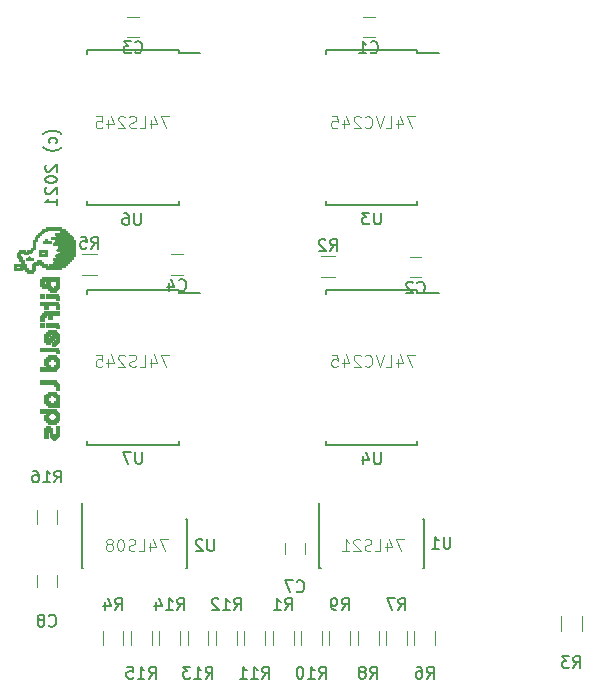
<source format=gbo>
%TF.GenerationSoftware,KiCad,Pcbnew,5.1.10*%
%TF.CreationDate,2021-12-20T17:42:05+01:00*%
%TF.ProjectId,afterglow_pico,61667465-7267-46c6-9f77-5f7069636f2e,rev?*%
%TF.SameCoordinates,Original*%
%TF.FileFunction,Legend,Bot*%
%TF.FilePolarity,Positive*%
%FSLAX46Y46*%
G04 Gerber Fmt 4.6, Leading zero omitted, Abs format (unit mm)*
G04 Created by KiCad (PCBNEW 5.1.10) date 2021-12-20 17:42:05*
%MOMM*%
%LPD*%
G01*
G04 APERTURE LIST*
%ADD10C,0.100000*%
%ADD11C,0.150000*%
%ADD12C,0.010000*%
%ADD13C,0.120000*%
G04 APERTURE END LIST*
D10*
X181119047Y-74452380D02*
X180452380Y-74452380D01*
X180880952Y-75452380D01*
X179642857Y-74785714D02*
X179642857Y-75452380D01*
X179880952Y-74404761D02*
X180119047Y-75119047D01*
X179500000Y-75119047D01*
X178642857Y-75452380D02*
X179119047Y-75452380D01*
X179119047Y-74452380D01*
X178357142Y-75404761D02*
X178214285Y-75452380D01*
X177976190Y-75452380D01*
X177880952Y-75404761D01*
X177833333Y-75357142D01*
X177785714Y-75261904D01*
X177785714Y-75166666D01*
X177833333Y-75071428D01*
X177880952Y-75023809D01*
X177976190Y-74976190D01*
X178166666Y-74928571D01*
X178261904Y-74880952D01*
X178309523Y-74833333D01*
X178357142Y-74738095D01*
X178357142Y-74642857D01*
X178309523Y-74547619D01*
X178261904Y-74500000D01*
X178166666Y-74452380D01*
X177928571Y-74452380D01*
X177785714Y-74500000D01*
X177404761Y-74547619D02*
X177357142Y-74500000D01*
X177261904Y-74452380D01*
X177023809Y-74452380D01*
X176928571Y-74500000D01*
X176880952Y-74547619D01*
X176833333Y-74642857D01*
X176833333Y-74738095D01*
X176880952Y-74880952D01*
X177452380Y-75452380D01*
X176833333Y-75452380D01*
X175976190Y-74785714D02*
X175976190Y-75452380D01*
X176214285Y-74404761D02*
X176452380Y-75119047D01*
X175833333Y-75119047D01*
X174976190Y-74452380D02*
X175452380Y-74452380D01*
X175500000Y-74928571D01*
X175452380Y-74880952D01*
X175357142Y-74833333D01*
X175119047Y-74833333D01*
X175023809Y-74880952D01*
X174976190Y-74928571D01*
X174928571Y-75023809D01*
X174928571Y-75261904D01*
X174976190Y-75357142D01*
X175023809Y-75404761D01*
X175119047Y-75452380D01*
X175357142Y-75452380D01*
X175452380Y-75404761D01*
X175500000Y-75357142D01*
X201971428Y-74452380D02*
X201304761Y-74452380D01*
X201733333Y-75452380D01*
X200495238Y-74785714D02*
X200495238Y-75452380D01*
X200733333Y-74404761D02*
X200971428Y-75119047D01*
X200352380Y-75119047D01*
X199495238Y-75452380D02*
X199971428Y-75452380D01*
X199971428Y-74452380D01*
X199304761Y-74452380D02*
X198971428Y-75452380D01*
X198638095Y-74452380D01*
X197733333Y-75357142D02*
X197780952Y-75404761D01*
X197923809Y-75452380D01*
X198019047Y-75452380D01*
X198161904Y-75404761D01*
X198257142Y-75309523D01*
X198304761Y-75214285D01*
X198352380Y-75023809D01*
X198352380Y-74880952D01*
X198304761Y-74690476D01*
X198257142Y-74595238D01*
X198161904Y-74500000D01*
X198019047Y-74452380D01*
X197923809Y-74452380D01*
X197780952Y-74500000D01*
X197733333Y-74547619D01*
X197352380Y-74547619D02*
X197304761Y-74500000D01*
X197209523Y-74452380D01*
X196971428Y-74452380D01*
X196876190Y-74500000D01*
X196828571Y-74547619D01*
X196780952Y-74642857D01*
X196780952Y-74738095D01*
X196828571Y-74880952D01*
X197400000Y-75452380D01*
X196780952Y-75452380D01*
X195923809Y-74785714D02*
X195923809Y-75452380D01*
X196161904Y-74404761D02*
X196400000Y-75119047D01*
X195780952Y-75119047D01*
X194923809Y-74452380D02*
X195400000Y-74452380D01*
X195447619Y-74928571D01*
X195400000Y-74880952D01*
X195304761Y-74833333D01*
X195066666Y-74833333D01*
X194971428Y-74880952D01*
X194923809Y-74928571D01*
X194876190Y-75023809D01*
X194876190Y-75261904D01*
X194923809Y-75357142D01*
X194971428Y-75404761D01*
X195066666Y-75452380D01*
X195304761Y-75452380D01*
X195400000Y-75404761D01*
X195447619Y-75357142D01*
X201971428Y-94652380D02*
X201304761Y-94652380D01*
X201733333Y-95652380D01*
X200495238Y-94985714D02*
X200495238Y-95652380D01*
X200733333Y-94604761D02*
X200971428Y-95319047D01*
X200352380Y-95319047D01*
X199495238Y-95652380D02*
X199971428Y-95652380D01*
X199971428Y-94652380D01*
X199304761Y-94652380D02*
X198971428Y-95652380D01*
X198638095Y-94652380D01*
X197733333Y-95557142D02*
X197780952Y-95604761D01*
X197923809Y-95652380D01*
X198019047Y-95652380D01*
X198161904Y-95604761D01*
X198257142Y-95509523D01*
X198304761Y-95414285D01*
X198352380Y-95223809D01*
X198352380Y-95080952D01*
X198304761Y-94890476D01*
X198257142Y-94795238D01*
X198161904Y-94700000D01*
X198019047Y-94652380D01*
X197923809Y-94652380D01*
X197780952Y-94700000D01*
X197733333Y-94747619D01*
X197352380Y-94747619D02*
X197304761Y-94700000D01*
X197209523Y-94652380D01*
X196971428Y-94652380D01*
X196876190Y-94700000D01*
X196828571Y-94747619D01*
X196780952Y-94842857D01*
X196780952Y-94938095D01*
X196828571Y-95080952D01*
X197400000Y-95652380D01*
X196780952Y-95652380D01*
X195923809Y-94985714D02*
X195923809Y-95652380D01*
X196161904Y-94604761D02*
X196400000Y-95319047D01*
X195780952Y-95319047D01*
X194923809Y-94652380D02*
X195400000Y-94652380D01*
X195447619Y-95128571D01*
X195400000Y-95080952D01*
X195304761Y-95033333D01*
X195066666Y-95033333D01*
X194971428Y-95080952D01*
X194923809Y-95128571D01*
X194876190Y-95223809D01*
X194876190Y-95461904D01*
X194923809Y-95557142D01*
X194971428Y-95604761D01*
X195066666Y-95652380D01*
X195304761Y-95652380D01*
X195400000Y-95604761D01*
X195447619Y-95557142D01*
X181119047Y-94652380D02*
X180452380Y-94652380D01*
X180880952Y-95652380D01*
X179642857Y-94985714D02*
X179642857Y-95652380D01*
X179880952Y-94604761D02*
X180119047Y-95319047D01*
X179500000Y-95319047D01*
X178642857Y-95652380D02*
X179119047Y-95652380D01*
X179119047Y-94652380D01*
X178357142Y-95604761D02*
X178214285Y-95652380D01*
X177976190Y-95652380D01*
X177880952Y-95604761D01*
X177833333Y-95557142D01*
X177785714Y-95461904D01*
X177785714Y-95366666D01*
X177833333Y-95271428D01*
X177880952Y-95223809D01*
X177976190Y-95176190D01*
X178166666Y-95128571D01*
X178261904Y-95080952D01*
X178309523Y-95033333D01*
X178357142Y-94938095D01*
X178357142Y-94842857D01*
X178309523Y-94747619D01*
X178261904Y-94700000D01*
X178166666Y-94652380D01*
X177928571Y-94652380D01*
X177785714Y-94700000D01*
X177404761Y-94747619D02*
X177357142Y-94700000D01*
X177261904Y-94652380D01*
X177023809Y-94652380D01*
X176928571Y-94700000D01*
X176880952Y-94747619D01*
X176833333Y-94842857D01*
X176833333Y-94938095D01*
X176880952Y-95080952D01*
X177452380Y-95652380D01*
X176833333Y-95652380D01*
X175976190Y-94985714D02*
X175976190Y-95652380D01*
X176214285Y-94604761D02*
X176452380Y-95319047D01*
X175833333Y-95319047D01*
X174976190Y-94652380D02*
X175452380Y-94652380D01*
X175500000Y-95128571D01*
X175452380Y-95080952D01*
X175357142Y-95033333D01*
X175119047Y-95033333D01*
X175023809Y-95080952D01*
X174976190Y-95128571D01*
X174928571Y-95223809D01*
X174928571Y-95461904D01*
X174976190Y-95557142D01*
X175023809Y-95604761D01*
X175119047Y-95652380D01*
X175357142Y-95652380D01*
X175452380Y-95604761D01*
X175500000Y-95557142D01*
X181042857Y-110252380D02*
X180376190Y-110252380D01*
X180804761Y-111252380D01*
X179566666Y-110585714D02*
X179566666Y-111252380D01*
X179804761Y-110204761D02*
X180042857Y-110919047D01*
X179423809Y-110919047D01*
X178566666Y-111252380D02*
X179042857Y-111252380D01*
X179042857Y-110252380D01*
X178280952Y-111204761D02*
X178138095Y-111252380D01*
X177900000Y-111252380D01*
X177804761Y-111204761D01*
X177757142Y-111157142D01*
X177709523Y-111061904D01*
X177709523Y-110966666D01*
X177757142Y-110871428D01*
X177804761Y-110823809D01*
X177900000Y-110776190D01*
X178090476Y-110728571D01*
X178185714Y-110680952D01*
X178233333Y-110633333D01*
X178280952Y-110538095D01*
X178280952Y-110442857D01*
X178233333Y-110347619D01*
X178185714Y-110300000D01*
X178090476Y-110252380D01*
X177852380Y-110252380D01*
X177709523Y-110300000D01*
X177090476Y-110252380D02*
X176995238Y-110252380D01*
X176900000Y-110300000D01*
X176852380Y-110347619D01*
X176804761Y-110442857D01*
X176757142Y-110633333D01*
X176757142Y-110871428D01*
X176804761Y-111061904D01*
X176852380Y-111157142D01*
X176900000Y-111204761D01*
X176995238Y-111252380D01*
X177090476Y-111252380D01*
X177185714Y-111204761D01*
X177233333Y-111157142D01*
X177280952Y-111061904D01*
X177328571Y-110871428D01*
X177328571Y-110633333D01*
X177280952Y-110442857D01*
X177233333Y-110347619D01*
X177185714Y-110300000D01*
X177090476Y-110252380D01*
X176185714Y-110680952D02*
X176280952Y-110633333D01*
X176328571Y-110585714D01*
X176376190Y-110490476D01*
X176376190Y-110442857D01*
X176328571Y-110347619D01*
X176280952Y-110300000D01*
X176185714Y-110252380D01*
X175995238Y-110252380D01*
X175900000Y-110300000D01*
X175852380Y-110347619D01*
X175804761Y-110442857D01*
X175804761Y-110490476D01*
X175852380Y-110585714D01*
X175900000Y-110633333D01*
X175995238Y-110680952D01*
X176185714Y-110680952D01*
X176280952Y-110728571D01*
X176328571Y-110776190D01*
X176376190Y-110871428D01*
X176376190Y-111061904D01*
X176328571Y-111157142D01*
X176280952Y-111204761D01*
X176185714Y-111252380D01*
X175995238Y-111252380D01*
X175900000Y-111204761D01*
X175852380Y-111157142D01*
X175804761Y-111061904D01*
X175804761Y-110871428D01*
X175852380Y-110776190D01*
X175900000Y-110728571D01*
X175995238Y-110680952D01*
X201042857Y-110252380D02*
X200376190Y-110252380D01*
X200804761Y-111252380D01*
X199566666Y-110585714D02*
X199566666Y-111252380D01*
X199804761Y-110204761D02*
X200042857Y-110919047D01*
X199423809Y-110919047D01*
X198566666Y-111252380D02*
X199042857Y-111252380D01*
X199042857Y-110252380D01*
X198280952Y-111204761D02*
X198138095Y-111252380D01*
X197900000Y-111252380D01*
X197804761Y-111204761D01*
X197757142Y-111157142D01*
X197709523Y-111061904D01*
X197709523Y-110966666D01*
X197757142Y-110871428D01*
X197804761Y-110823809D01*
X197900000Y-110776190D01*
X198090476Y-110728571D01*
X198185714Y-110680952D01*
X198233333Y-110633333D01*
X198280952Y-110538095D01*
X198280952Y-110442857D01*
X198233333Y-110347619D01*
X198185714Y-110300000D01*
X198090476Y-110252380D01*
X197852380Y-110252380D01*
X197709523Y-110300000D01*
X197328571Y-110347619D02*
X197280952Y-110300000D01*
X197185714Y-110252380D01*
X196947619Y-110252380D01*
X196852380Y-110300000D01*
X196804761Y-110347619D01*
X196757142Y-110442857D01*
X196757142Y-110538095D01*
X196804761Y-110680952D01*
X197376190Y-111252380D01*
X196757142Y-111252380D01*
X195804761Y-111252380D02*
X196376190Y-111252380D01*
X196090476Y-111252380D02*
X196090476Y-110252380D01*
X196185714Y-110395238D01*
X196280952Y-110490476D01*
X196376190Y-110538095D01*
D11*
X172033333Y-75942857D02*
X171985714Y-75895238D01*
X171842857Y-75800000D01*
X171747619Y-75752380D01*
X171604761Y-75704761D01*
X171366666Y-75657142D01*
X171176190Y-75657142D01*
X170938095Y-75704761D01*
X170795238Y-75752380D01*
X170700000Y-75800000D01*
X170557142Y-75895238D01*
X170509523Y-75942857D01*
X171604761Y-76752380D02*
X171652380Y-76657142D01*
X171652380Y-76466666D01*
X171604761Y-76371428D01*
X171557142Y-76323809D01*
X171461904Y-76276190D01*
X171176190Y-76276190D01*
X171080952Y-76323809D01*
X171033333Y-76371428D01*
X170985714Y-76466666D01*
X170985714Y-76657142D01*
X171033333Y-76752380D01*
X172033333Y-77085714D02*
X171985714Y-77133333D01*
X171842857Y-77228571D01*
X171747619Y-77276190D01*
X171604761Y-77323809D01*
X171366666Y-77371428D01*
X171176190Y-77371428D01*
X170938095Y-77323809D01*
X170795238Y-77276190D01*
X170700000Y-77228571D01*
X170557142Y-77133333D01*
X170509523Y-77085714D01*
X170747619Y-78561904D02*
X170700000Y-78609523D01*
X170652380Y-78704761D01*
X170652380Y-78942857D01*
X170700000Y-79038095D01*
X170747619Y-79085714D01*
X170842857Y-79133333D01*
X170938095Y-79133333D01*
X171080952Y-79085714D01*
X171652380Y-78514285D01*
X171652380Y-79133333D01*
X170652380Y-79752380D02*
X170652380Y-79847619D01*
X170700000Y-79942857D01*
X170747619Y-79990476D01*
X170842857Y-80038095D01*
X171033333Y-80085714D01*
X171271428Y-80085714D01*
X171461904Y-80038095D01*
X171557142Y-79990476D01*
X171604761Y-79942857D01*
X171652380Y-79847619D01*
X171652380Y-79752380D01*
X171604761Y-79657142D01*
X171557142Y-79609523D01*
X171461904Y-79561904D01*
X171271428Y-79514285D01*
X171033333Y-79514285D01*
X170842857Y-79561904D01*
X170747619Y-79609523D01*
X170700000Y-79657142D01*
X170652380Y-79752380D01*
X170747619Y-80466666D02*
X170700000Y-80514285D01*
X170652380Y-80609523D01*
X170652380Y-80847619D01*
X170700000Y-80942857D01*
X170747619Y-80990476D01*
X170842857Y-81038095D01*
X170938095Y-81038095D01*
X171080952Y-80990476D01*
X171652380Y-80419047D01*
X171652380Y-81038095D01*
X171652380Y-81990476D02*
X171652380Y-81419047D01*
X171652380Y-81704761D02*
X170652380Y-81704761D01*
X170795238Y-81609523D01*
X170890476Y-81514285D01*
X170938095Y-81419047D01*
D12*
%TO.C,BFL_LOGO*%
G36*
X168686079Y-87447509D02*
G01*
X168686079Y-87252873D01*
X168689816Y-87139857D01*
X168703063Y-87079179D01*
X168728875Y-87058621D01*
X168734738Y-87058237D01*
X168765338Y-87075601D01*
X168780284Y-87135719D01*
X168783397Y-87220434D01*
X168786027Y-87316696D01*
X168799445Y-87364719D01*
X168831949Y-87381094D01*
X168864496Y-87382630D01*
X168926228Y-87396029D01*
X168945251Y-87448784D01*
X168945594Y-87463729D01*
X168958992Y-87525461D01*
X169011747Y-87544485D01*
X169026692Y-87544827D01*
X169088425Y-87558225D01*
X169107448Y-87610980D01*
X169107791Y-87625925D01*
X169110823Y-87667175D01*
X169129030Y-87691355D01*
X169176077Y-87703020D01*
X169265632Y-87706726D01*
X169351086Y-87707024D01*
X169474836Y-87706013D01*
X169547375Y-87699944D01*
X169582370Y-87684262D01*
X169593486Y-87654410D01*
X169594381Y-87625925D01*
X169607779Y-87564193D01*
X169660534Y-87545170D01*
X169675479Y-87544827D01*
X169716729Y-87541795D01*
X169740909Y-87523588D01*
X169752574Y-87476540D01*
X169756279Y-87386986D01*
X169756577Y-87301532D01*
X169756577Y-87058237D01*
X169918774Y-87058237D01*
X170015036Y-87055608D01*
X170063059Y-87042189D01*
X170079434Y-87009685D01*
X170080971Y-86977139D01*
X170094369Y-86915406D01*
X170147124Y-86896383D01*
X170162069Y-86896040D01*
X170223801Y-86909439D01*
X170242825Y-86962194D01*
X170243167Y-86977139D01*
X170256566Y-87038871D01*
X170309321Y-87057895D01*
X170324266Y-87058237D01*
X170385998Y-87071635D01*
X170405022Y-87124390D01*
X170405364Y-87139335D01*
X170410623Y-87187466D01*
X170437460Y-87211478D01*
X170502467Y-87219666D01*
X170567561Y-87220434D01*
X170663823Y-87223063D01*
X170711846Y-87236482D01*
X170728221Y-87268985D01*
X170729757Y-87301532D01*
X170729757Y-87382630D01*
X172027331Y-87382630D01*
X172027331Y-87301532D01*
X172032590Y-87253401D01*
X172059427Y-87229390D01*
X172124434Y-87221202D01*
X172189527Y-87220434D01*
X172285790Y-87217804D01*
X172333812Y-87204386D01*
X172350188Y-87171882D01*
X172351724Y-87139335D01*
X172365122Y-87077603D01*
X172417877Y-87058580D01*
X172432823Y-87058237D01*
X172494555Y-87044839D01*
X172513578Y-86992084D01*
X172513921Y-86977139D01*
X172527319Y-86915406D01*
X172580074Y-86896383D01*
X172595019Y-86896040D01*
X172656752Y-86882642D01*
X172675775Y-86829887D01*
X172676118Y-86814942D01*
X172689516Y-86753210D01*
X172742271Y-86734186D01*
X172757216Y-86733844D01*
X172818948Y-86720445D01*
X172837972Y-86667691D01*
X172838314Y-86652745D01*
X172851712Y-86591013D01*
X172904467Y-86571990D01*
X172919413Y-86571647D01*
X172967544Y-86566388D01*
X172991555Y-86539551D01*
X172999743Y-86474544D01*
X173000511Y-86409450D01*
X173003140Y-86313188D01*
X173016559Y-86265165D01*
X173049063Y-86248790D01*
X173081609Y-86247254D01*
X173162708Y-86247254D01*
X173162708Y-84949680D01*
X173081609Y-84949680D01*
X173033478Y-84944422D01*
X173009467Y-84917584D01*
X173001279Y-84852577D01*
X173000511Y-84787484D01*
X172997882Y-84691221D01*
X172984463Y-84643199D01*
X172951959Y-84626823D01*
X172919413Y-84625287D01*
X172857680Y-84611889D01*
X172838657Y-84559134D01*
X172838314Y-84544189D01*
X172824916Y-84482456D01*
X172772161Y-84463433D01*
X172757216Y-84463090D01*
X172695483Y-84449692D01*
X172676460Y-84396937D01*
X172676118Y-84381992D01*
X172662719Y-84320259D01*
X172609964Y-84301236D01*
X172595019Y-84300894D01*
X172533287Y-84287495D01*
X172514263Y-84234740D01*
X172513921Y-84219795D01*
X172500523Y-84158063D01*
X172447768Y-84139039D01*
X172432823Y-84138697D01*
X172371090Y-84125299D01*
X172352067Y-84072544D01*
X172351724Y-84057599D01*
X172346465Y-84009467D01*
X172319628Y-83985456D01*
X172254621Y-83977268D01*
X172189527Y-83976500D01*
X172093265Y-83973871D01*
X172045243Y-83960452D01*
X172028867Y-83927949D01*
X172027331Y-83895402D01*
X172027331Y-83814304D01*
X170794636Y-83814304D01*
X170794636Y-84041379D01*
X171930013Y-84041379D01*
X171930013Y-84365772D01*
X171686718Y-84365772D01*
X171562968Y-84366783D01*
X171490428Y-84372852D01*
X171455434Y-84388534D01*
X171444317Y-84418386D01*
X171443423Y-84446871D01*
X171456821Y-84508603D01*
X171509576Y-84527626D01*
X171524521Y-84527969D01*
X171586254Y-84541367D01*
X171605277Y-84594122D01*
X171605619Y-84609067D01*
X171602587Y-84650317D01*
X171584380Y-84674497D01*
X171537333Y-84686162D01*
X171447778Y-84689867D01*
X171362324Y-84690166D01*
X171238574Y-84691176D01*
X171166035Y-84697245D01*
X171131040Y-84712928D01*
X171119924Y-84742779D01*
X171119029Y-84771264D01*
X171124288Y-84819395D01*
X171151125Y-84843406D01*
X171216133Y-84851594D01*
X171281226Y-84852362D01*
X171443423Y-84852362D01*
X171443423Y-85014559D01*
X171440793Y-85110821D01*
X171427375Y-85158844D01*
X171394871Y-85175219D01*
X171362324Y-85176756D01*
X171300592Y-85190154D01*
X171281569Y-85242909D01*
X171281226Y-85257854D01*
X171284258Y-85299104D01*
X171302465Y-85323284D01*
X171349513Y-85334949D01*
X171439068Y-85338654D01*
X171524521Y-85338952D01*
X171767816Y-85338952D01*
X171767816Y-85501149D01*
X171765187Y-85597411D01*
X171751768Y-85645434D01*
X171719264Y-85661809D01*
X171686718Y-85663346D01*
X171624985Y-85676744D01*
X171605962Y-85729499D01*
X171605619Y-85744444D01*
X171610878Y-85792575D01*
X171637715Y-85816586D01*
X171702723Y-85824774D01*
X171767816Y-85825542D01*
X171864078Y-85828172D01*
X171912101Y-85841590D01*
X171928476Y-85874094D01*
X171930013Y-85906641D01*
X171916615Y-85968373D01*
X171863860Y-85987397D01*
X171848914Y-85987739D01*
X171787182Y-86001137D01*
X171768159Y-86053892D01*
X171767816Y-86068837D01*
X171762557Y-86116968D01*
X171735720Y-86140980D01*
X171670713Y-86149167D01*
X171605619Y-86149936D01*
X171509357Y-86152565D01*
X171461334Y-86165984D01*
X171444959Y-86198487D01*
X171443423Y-86231034D01*
X171456821Y-86292766D01*
X171509576Y-86311790D01*
X171524521Y-86312132D01*
X171586254Y-86325531D01*
X171605277Y-86378286D01*
X171605619Y-86393231D01*
X171600361Y-86441362D01*
X171573523Y-86465373D01*
X171508516Y-86473561D01*
X171443423Y-86474329D01*
X171347161Y-86476958D01*
X171299138Y-86490377D01*
X171282763Y-86522881D01*
X171281226Y-86555427D01*
X171294624Y-86617160D01*
X171347379Y-86636183D01*
X171362324Y-86636526D01*
X171424057Y-86649924D01*
X171443080Y-86702679D01*
X171443423Y-86717624D01*
X171430025Y-86779357D01*
X171377270Y-86798380D01*
X171362324Y-86798722D01*
X171300592Y-86812121D01*
X171281569Y-86864876D01*
X171281226Y-86879821D01*
X171275967Y-86927952D01*
X171249130Y-86951963D01*
X171184123Y-86960151D01*
X171119029Y-86960919D01*
X171022767Y-86963548D01*
X170974744Y-86976967D01*
X170958369Y-87009471D01*
X170956833Y-87042017D01*
X170943434Y-87103750D01*
X170890680Y-87122773D01*
X170875734Y-87123116D01*
X170814002Y-87109718D01*
X170794979Y-87056963D01*
X170794636Y-87042017D01*
X170789377Y-86993886D01*
X170762540Y-86969875D01*
X170697533Y-86961687D01*
X170632439Y-86960919D01*
X170536177Y-86958290D01*
X170488154Y-86944871D01*
X170471779Y-86912367D01*
X170470243Y-86879821D01*
X170456844Y-86818088D01*
X170404090Y-86799065D01*
X170389144Y-86798722D01*
X170327412Y-86785324D01*
X170308389Y-86732569D01*
X170308046Y-86717624D01*
X170302787Y-86669493D01*
X170275950Y-86645482D01*
X170210943Y-86637294D01*
X170145849Y-86636526D01*
X170049587Y-86639155D01*
X170001564Y-86652574D01*
X169985189Y-86685077D01*
X169983653Y-86717624D01*
X169978394Y-86765755D01*
X169951557Y-86789767D01*
X169886549Y-86797954D01*
X169821456Y-86798722D01*
X169725194Y-86801352D01*
X169677171Y-86814770D01*
X169660796Y-86847274D01*
X169659259Y-86879821D01*
X169645861Y-86941553D01*
X169593106Y-86960577D01*
X169578161Y-86960919D01*
X169536911Y-86963951D01*
X169512731Y-86982158D01*
X169501066Y-87029206D01*
X169497361Y-87118761D01*
X169497063Y-87204214D01*
X169497063Y-87447509D01*
X169334866Y-87447509D01*
X169238604Y-87444880D01*
X169190581Y-87431461D01*
X169174206Y-87398957D01*
X169172669Y-87366411D01*
X169159271Y-87304678D01*
X169106516Y-87285655D01*
X169091571Y-87285312D01*
X169043440Y-87280054D01*
X169019428Y-87253216D01*
X169011241Y-87188209D01*
X169010473Y-87123116D01*
X169007843Y-87026854D01*
X168994425Y-86978831D01*
X168961921Y-86962456D01*
X168929374Y-86960919D01*
X168881243Y-86955660D01*
X168857232Y-86928823D01*
X168849044Y-86863816D01*
X168848276Y-86798722D01*
X168845647Y-86702460D01*
X168832228Y-86654437D01*
X168799724Y-86638062D01*
X168767178Y-86636526D01*
X168719047Y-86631267D01*
X168695035Y-86604430D01*
X168686847Y-86539422D01*
X168686079Y-86474329D01*
X168683450Y-86378067D01*
X168670031Y-86330044D01*
X168637528Y-86313669D01*
X168604981Y-86312132D01*
X168556850Y-86306874D01*
X168532838Y-86280036D01*
X168524651Y-86215029D01*
X168523883Y-86149936D01*
X168523883Y-85987739D01*
X168686079Y-85987739D01*
X168782341Y-85990368D01*
X168830364Y-86003787D01*
X168846739Y-86036291D01*
X168848276Y-86068837D01*
X168853535Y-86116968D01*
X168880372Y-86140980D01*
X168945379Y-86149167D01*
X169010473Y-86149936D01*
X169106735Y-86147306D01*
X169154758Y-86133888D01*
X169171133Y-86101384D01*
X169172669Y-86068837D01*
X169177928Y-86020706D01*
X169204765Y-85996695D01*
X169269773Y-85988507D01*
X169334866Y-85987739D01*
X169431128Y-85985110D01*
X169479151Y-85971691D01*
X169495526Y-85939187D01*
X169497063Y-85906641D01*
X169510461Y-85844908D01*
X169563216Y-85825885D01*
X169578161Y-85825542D01*
X169639893Y-85812144D01*
X169658917Y-85759389D01*
X169659259Y-85744444D01*
X169672658Y-85682712D01*
X169725412Y-85663688D01*
X169740358Y-85663346D01*
X169821456Y-85663346D01*
X169821456Y-85014559D01*
X169902554Y-85014559D01*
X169950685Y-85009300D01*
X169974697Y-84982463D01*
X169982884Y-84917456D01*
X169983653Y-84852362D01*
X169986282Y-84756100D01*
X169999701Y-84708077D01*
X170032204Y-84691702D01*
X170064751Y-84690166D01*
X170126483Y-84676767D01*
X170145507Y-84624012D01*
X170145849Y-84609067D01*
X170159248Y-84547335D01*
X170212003Y-84528311D01*
X170226948Y-84527969D01*
X170288680Y-84514571D01*
X170307704Y-84461816D01*
X170308046Y-84446871D01*
X170321444Y-84385138D01*
X170374199Y-84366115D01*
X170389144Y-84365772D01*
X170450877Y-84352374D01*
X170469900Y-84299619D01*
X170470243Y-84284674D01*
X170475501Y-84236543D01*
X170502339Y-84212531D01*
X170567346Y-84204344D01*
X170632439Y-84203576D01*
X170728701Y-84200946D01*
X170776724Y-84187528D01*
X170793100Y-84155024D01*
X170794636Y-84122477D01*
X170794636Y-84041379D01*
X170794636Y-83814304D01*
X170729757Y-83814304D01*
X170729757Y-83895402D01*
X170724499Y-83943533D01*
X170697661Y-83967544D01*
X170632654Y-83975732D01*
X170567561Y-83976500D01*
X170471299Y-83979130D01*
X170423276Y-83992548D01*
X170406900Y-84025052D01*
X170405364Y-84057599D01*
X170391966Y-84119331D01*
X170339211Y-84138354D01*
X170324266Y-84138697D01*
X170262533Y-84152095D01*
X170243510Y-84204850D01*
X170243167Y-84219795D01*
X170229769Y-84281528D01*
X170177014Y-84300551D01*
X170162069Y-84300894D01*
X170100337Y-84314292D01*
X170081313Y-84367047D01*
X170080971Y-84381992D01*
X170067572Y-84443724D01*
X170014817Y-84462748D01*
X169999872Y-84463090D01*
X169938140Y-84476488D01*
X169919116Y-84529243D01*
X169918774Y-84544189D01*
X169905376Y-84605921D01*
X169852621Y-84624944D01*
X169837676Y-84625287D01*
X169789545Y-84630546D01*
X169765533Y-84657383D01*
X169757346Y-84722390D01*
X169756577Y-84787484D01*
X169753948Y-84883746D01*
X169740529Y-84931769D01*
X169708026Y-84948144D01*
X169675479Y-84949680D01*
X169594381Y-84949680D01*
X169594381Y-85598467D01*
X169513282Y-85598467D01*
X169451550Y-85611865D01*
X169432526Y-85664620D01*
X169432184Y-85679565D01*
X169426925Y-85727696D01*
X169400088Y-85751708D01*
X169335081Y-85759895D01*
X169269987Y-85760664D01*
X169173725Y-85763293D01*
X169125702Y-85776712D01*
X169109327Y-85809215D01*
X169107791Y-85841762D01*
X169094392Y-85903494D01*
X169041637Y-85922518D01*
X169026692Y-85922860D01*
X168964960Y-85909462D01*
X168945936Y-85856707D01*
X168945594Y-85841762D01*
X168942562Y-85800512D01*
X168924355Y-85776332D01*
X168877307Y-85764667D01*
X168787752Y-85760962D01*
X168702299Y-85760664D01*
X168578549Y-85761674D01*
X168506009Y-85767743D01*
X168471015Y-85783426D01*
X168459898Y-85813278D01*
X168459004Y-85841762D01*
X168445606Y-85903494D01*
X168392851Y-85922518D01*
X168377906Y-85922860D01*
X168336656Y-85925892D01*
X168312476Y-85944099D01*
X168300811Y-85991147D01*
X168297105Y-86080702D01*
X168296807Y-86166155D01*
X168297818Y-86289905D01*
X168303887Y-86362445D01*
X168319569Y-86397440D01*
X168349421Y-86408556D01*
X168377906Y-86409450D01*
X168426037Y-86414709D01*
X168450048Y-86441546D01*
X168458236Y-86506554D01*
X168459004Y-86571647D01*
X168461633Y-86667909D01*
X168475052Y-86715932D01*
X168507556Y-86732307D01*
X168540102Y-86733844D01*
X168594946Y-86742327D01*
X168617398Y-86780499D01*
X168621201Y-86847381D01*
X168621201Y-86960919D01*
X168361686Y-86960919D01*
X168361686Y-87123116D01*
X168457948Y-87125745D01*
X168505971Y-87139164D01*
X168522346Y-87171667D01*
X168523883Y-87204214D01*
X168518624Y-87252345D01*
X168491787Y-87276357D01*
X168426779Y-87284544D01*
X168361686Y-87285312D01*
X168265424Y-87282683D01*
X168217401Y-87269264D01*
X168201026Y-87236761D01*
X168199489Y-87204214D01*
X168204748Y-87156083D01*
X168231585Y-87132072D01*
X168296593Y-87123884D01*
X168361686Y-87123116D01*
X168361686Y-86960919D01*
X168037293Y-86960919D01*
X168037293Y-87447509D01*
X168686079Y-87447509D01*
G37*
X168686079Y-87447509D02*
X168686079Y-87252873D01*
X168689816Y-87139857D01*
X168703063Y-87079179D01*
X168728875Y-87058621D01*
X168734738Y-87058237D01*
X168765338Y-87075601D01*
X168780284Y-87135719D01*
X168783397Y-87220434D01*
X168786027Y-87316696D01*
X168799445Y-87364719D01*
X168831949Y-87381094D01*
X168864496Y-87382630D01*
X168926228Y-87396029D01*
X168945251Y-87448784D01*
X168945594Y-87463729D01*
X168958992Y-87525461D01*
X169011747Y-87544485D01*
X169026692Y-87544827D01*
X169088425Y-87558225D01*
X169107448Y-87610980D01*
X169107791Y-87625925D01*
X169110823Y-87667175D01*
X169129030Y-87691355D01*
X169176077Y-87703020D01*
X169265632Y-87706726D01*
X169351086Y-87707024D01*
X169474836Y-87706013D01*
X169547375Y-87699944D01*
X169582370Y-87684262D01*
X169593486Y-87654410D01*
X169594381Y-87625925D01*
X169607779Y-87564193D01*
X169660534Y-87545170D01*
X169675479Y-87544827D01*
X169716729Y-87541795D01*
X169740909Y-87523588D01*
X169752574Y-87476540D01*
X169756279Y-87386986D01*
X169756577Y-87301532D01*
X169756577Y-87058237D01*
X169918774Y-87058237D01*
X170015036Y-87055608D01*
X170063059Y-87042189D01*
X170079434Y-87009685D01*
X170080971Y-86977139D01*
X170094369Y-86915406D01*
X170147124Y-86896383D01*
X170162069Y-86896040D01*
X170223801Y-86909439D01*
X170242825Y-86962194D01*
X170243167Y-86977139D01*
X170256566Y-87038871D01*
X170309321Y-87057895D01*
X170324266Y-87058237D01*
X170385998Y-87071635D01*
X170405022Y-87124390D01*
X170405364Y-87139335D01*
X170410623Y-87187466D01*
X170437460Y-87211478D01*
X170502467Y-87219666D01*
X170567561Y-87220434D01*
X170663823Y-87223063D01*
X170711846Y-87236482D01*
X170728221Y-87268985D01*
X170729757Y-87301532D01*
X170729757Y-87382630D01*
X172027331Y-87382630D01*
X172027331Y-87301532D01*
X172032590Y-87253401D01*
X172059427Y-87229390D01*
X172124434Y-87221202D01*
X172189527Y-87220434D01*
X172285790Y-87217804D01*
X172333812Y-87204386D01*
X172350188Y-87171882D01*
X172351724Y-87139335D01*
X172365122Y-87077603D01*
X172417877Y-87058580D01*
X172432823Y-87058237D01*
X172494555Y-87044839D01*
X172513578Y-86992084D01*
X172513921Y-86977139D01*
X172527319Y-86915406D01*
X172580074Y-86896383D01*
X172595019Y-86896040D01*
X172656752Y-86882642D01*
X172675775Y-86829887D01*
X172676118Y-86814942D01*
X172689516Y-86753210D01*
X172742271Y-86734186D01*
X172757216Y-86733844D01*
X172818948Y-86720445D01*
X172837972Y-86667691D01*
X172838314Y-86652745D01*
X172851712Y-86591013D01*
X172904467Y-86571990D01*
X172919413Y-86571647D01*
X172967544Y-86566388D01*
X172991555Y-86539551D01*
X172999743Y-86474544D01*
X173000511Y-86409450D01*
X173003140Y-86313188D01*
X173016559Y-86265165D01*
X173049063Y-86248790D01*
X173081609Y-86247254D01*
X173162708Y-86247254D01*
X173162708Y-84949680D01*
X173081609Y-84949680D01*
X173033478Y-84944422D01*
X173009467Y-84917584D01*
X173001279Y-84852577D01*
X173000511Y-84787484D01*
X172997882Y-84691221D01*
X172984463Y-84643199D01*
X172951959Y-84626823D01*
X172919413Y-84625287D01*
X172857680Y-84611889D01*
X172838657Y-84559134D01*
X172838314Y-84544189D01*
X172824916Y-84482456D01*
X172772161Y-84463433D01*
X172757216Y-84463090D01*
X172695483Y-84449692D01*
X172676460Y-84396937D01*
X172676118Y-84381992D01*
X172662719Y-84320259D01*
X172609964Y-84301236D01*
X172595019Y-84300894D01*
X172533287Y-84287495D01*
X172514263Y-84234740D01*
X172513921Y-84219795D01*
X172500523Y-84158063D01*
X172447768Y-84139039D01*
X172432823Y-84138697D01*
X172371090Y-84125299D01*
X172352067Y-84072544D01*
X172351724Y-84057599D01*
X172346465Y-84009467D01*
X172319628Y-83985456D01*
X172254621Y-83977268D01*
X172189527Y-83976500D01*
X172093265Y-83973871D01*
X172045243Y-83960452D01*
X172028867Y-83927949D01*
X172027331Y-83895402D01*
X172027331Y-83814304D01*
X170794636Y-83814304D01*
X170794636Y-84041379D01*
X171930013Y-84041379D01*
X171930013Y-84365772D01*
X171686718Y-84365772D01*
X171562968Y-84366783D01*
X171490428Y-84372852D01*
X171455434Y-84388534D01*
X171444317Y-84418386D01*
X171443423Y-84446871D01*
X171456821Y-84508603D01*
X171509576Y-84527626D01*
X171524521Y-84527969D01*
X171586254Y-84541367D01*
X171605277Y-84594122D01*
X171605619Y-84609067D01*
X171602587Y-84650317D01*
X171584380Y-84674497D01*
X171537333Y-84686162D01*
X171447778Y-84689867D01*
X171362324Y-84690166D01*
X171238574Y-84691176D01*
X171166035Y-84697245D01*
X171131040Y-84712928D01*
X171119924Y-84742779D01*
X171119029Y-84771264D01*
X171124288Y-84819395D01*
X171151125Y-84843406D01*
X171216133Y-84851594D01*
X171281226Y-84852362D01*
X171443423Y-84852362D01*
X171443423Y-85014559D01*
X171440793Y-85110821D01*
X171427375Y-85158844D01*
X171394871Y-85175219D01*
X171362324Y-85176756D01*
X171300592Y-85190154D01*
X171281569Y-85242909D01*
X171281226Y-85257854D01*
X171284258Y-85299104D01*
X171302465Y-85323284D01*
X171349513Y-85334949D01*
X171439068Y-85338654D01*
X171524521Y-85338952D01*
X171767816Y-85338952D01*
X171767816Y-85501149D01*
X171765187Y-85597411D01*
X171751768Y-85645434D01*
X171719264Y-85661809D01*
X171686718Y-85663346D01*
X171624985Y-85676744D01*
X171605962Y-85729499D01*
X171605619Y-85744444D01*
X171610878Y-85792575D01*
X171637715Y-85816586D01*
X171702723Y-85824774D01*
X171767816Y-85825542D01*
X171864078Y-85828172D01*
X171912101Y-85841590D01*
X171928476Y-85874094D01*
X171930013Y-85906641D01*
X171916615Y-85968373D01*
X171863860Y-85987397D01*
X171848914Y-85987739D01*
X171787182Y-86001137D01*
X171768159Y-86053892D01*
X171767816Y-86068837D01*
X171762557Y-86116968D01*
X171735720Y-86140980D01*
X171670713Y-86149167D01*
X171605619Y-86149936D01*
X171509357Y-86152565D01*
X171461334Y-86165984D01*
X171444959Y-86198487D01*
X171443423Y-86231034D01*
X171456821Y-86292766D01*
X171509576Y-86311790D01*
X171524521Y-86312132D01*
X171586254Y-86325531D01*
X171605277Y-86378286D01*
X171605619Y-86393231D01*
X171600361Y-86441362D01*
X171573523Y-86465373D01*
X171508516Y-86473561D01*
X171443423Y-86474329D01*
X171347161Y-86476958D01*
X171299138Y-86490377D01*
X171282763Y-86522881D01*
X171281226Y-86555427D01*
X171294624Y-86617160D01*
X171347379Y-86636183D01*
X171362324Y-86636526D01*
X171424057Y-86649924D01*
X171443080Y-86702679D01*
X171443423Y-86717624D01*
X171430025Y-86779357D01*
X171377270Y-86798380D01*
X171362324Y-86798722D01*
X171300592Y-86812121D01*
X171281569Y-86864876D01*
X171281226Y-86879821D01*
X171275967Y-86927952D01*
X171249130Y-86951963D01*
X171184123Y-86960151D01*
X171119029Y-86960919D01*
X171022767Y-86963548D01*
X170974744Y-86976967D01*
X170958369Y-87009471D01*
X170956833Y-87042017D01*
X170943434Y-87103750D01*
X170890680Y-87122773D01*
X170875734Y-87123116D01*
X170814002Y-87109718D01*
X170794979Y-87056963D01*
X170794636Y-87042017D01*
X170789377Y-86993886D01*
X170762540Y-86969875D01*
X170697533Y-86961687D01*
X170632439Y-86960919D01*
X170536177Y-86958290D01*
X170488154Y-86944871D01*
X170471779Y-86912367D01*
X170470243Y-86879821D01*
X170456844Y-86818088D01*
X170404090Y-86799065D01*
X170389144Y-86798722D01*
X170327412Y-86785324D01*
X170308389Y-86732569D01*
X170308046Y-86717624D01*
X170302787Y-86669493D01*
X170275950Y-86645482D01*
X170210943Y-86637294D01*
X170145849Y-86636526D01*
X170049587Y-86639155D01*
X170001564Y-86652574D01*
X169985189Y-86685077D01*
X169983653Y-86717624D01*
X169978394Y-86765755D01*
X169951557Y-86789767D01*
X169886549Y-86797954D01*
X169821456Y-86798722D01*
X169725194Y-86801352D01*
X169677171Y-86814770D01*
X169660796Y-86847274D01*
X169659259Y-86879821D01*
X169645861Y-86941553D01*
X169593106Y-86960577D01*
X169578161Y-86960919D01*
X169536911Y-86963951D01*
X169512731Y-86982158D01*
X169501066Y-87029206D01*
X169497361Y-87118761D01*
X169497063Y-87204214D01*
X169497063Y-87447509D01*
X169334866Y-87447509D01*
X169238604Y-87444880D01*
X169190581Y-87431461D01*
X169174206Y-87398957D01*
X169172669Y-87366411D01*
X169159271Y-87304678D01*
X169106516Y-87285655D01*
X169091571Y-87285312D01*
X169043440Y-87280054D01*
X169019428Y-87253216D01*
X169011241Y-87188209D01*
X169010473Y-87123116D01*
X169007843Y-87026854D01*
X168994425Y-86978831D01*
X168961921Y-86962456D01*
X168929374Y-86960919D01*
X168881243Y-86955660D01*
X168857232Y-86928823D01*
X168849044Y-86863816D01*
X168848276Y-86798722D01*
X168845647Y-86702460D01*
X168832228Y-86654437D01*
X168799724Y-86638062D01*
X168767178Y-86636526D01*
X168719047Y-86631267D01*
X168695035Y-86604430D01*
X168686847Y-86539422D01*
X168686079Y-86474329D01*
X168683450Y-86378067D01*
X168670031Y-86330044D01*
X168637528Y-86313669D01*
X168604981Y-86312132D01*
X168556850Y-86306874D01*
X168532838Y-86280036D01*
X168524651Y-86215029D01*
X168523883Y-86149936D01*
X168523883Y-85987739D01*
X168686079Y-85987739D01*
X168782341Y-85990368D01*
X168830364Y-86003787D01*
X168846739Y-86036291D01*
X168848276Y-86068837D01*
X168853535Y-86116968D01*
X168880372Y-86140980D01*
X168945379Y-86149167D01*
X169010473Y-86149936D01*
X169106735Y-86147306D01*
X169154758Y-86133888D01*
X169171133Y-86101384D01*
X169172669Y-86068837D01*
X169177928Y-86020706D01*
X169204765Y-85996695D01*
X169269773Y-85988507D01*
X169334866Y-85987739D01*
X169431128Y-85985110D01*
X169479151Y-85971691D01*
X169495526Y-85939187D01*
X169497063Y-85906641D01*
X169510461Y-85844908D01*
X169563216Y-85825885D01*
X169578161Y-85825542D01*
X169639893Y-85812144D01*
X169658917Y-85759389D01*
X169659259Y-85744444D01*
X169672658Y-85682712D01*
X169725412Y-85663688D01*
X169740358Y-85663346D01*
X169821456Y-85663346D01*
X169821456Y-85014559D01*
X169902554Y-85014559D01*
X169950685Y-85009300D01*
X169974697Y-84982463D01*
X169982884Y-84917456D01*
X169983653Y-84852362D01*
X169986282Y-84756100D01*
X169999701Y-84708077D01*
X170032204Y-84691702D01*
X170064751Y-84690166D01*
X170126483Y-84676767D01*
X170145507Y-84624012D01*
X170145849Y-84609067D01*
X170159248Y-84547335D01*
X170212003Y-84528311D01*
X170226948Y-84527969D01*
X170288680Y-84514571D01*
X170307704Y-84461816D01*
X170308046Y-84446871D01*
X170321444Y-84385138D01*
X170374199Y-84366115D01*
X170389144Y-84365772D01*
X170450877Y-84352374D01*
X170469900Y-84299619D01*
X170470243Y-84284674D01*
X170475501Y-84236543D01*
X170502339Y-84212531D01*
X170567346Y-84204344D01*
X170632439Y-84203576D01*
X170728701Y-84200946D01*
X170776724Y-84187528D01*
X170793100Y-84155024D01*
X170794636Y-84122477D01*
X170794636Y-84041379D01*
X170794636Y-83814304D01*
X170729757Y-83814304D01*
X170729757Y-83895402D01*
X170724499Y-83943533D01*
X170697661Y-83967544D01*
X170632654Y-83975732D01*
X170567561Y-83976500D01*
X170471299Y-83979130D01*
X170423276Y-83992548D01*
X170406900Y-84025052D01*
X170405364Y-84057599D01*
X170391966Y-84119331D01*
X170339211Y-84138354D01*
X170324266Y-84138697D01*
X170262533Y-84152095D01*
X170243510Y-84204850D01*
X170243167Y-84219795D01*
X170229769Y-84281528D01*
X170177014Y-84300551D01*
X170162069Y-84300894D01*
X170100337Y-84314292D01*
X170081313Y-84367047D01*
X170080971Y-84381992D01*
X170067572Y-84443724D01*
X170014817Y-84462748D01*
X169999872Y-84463090D01*
X169938140Y-84476488D01*
X169919116Y-84529243D01*
X169918774Y-84544189D01*
X169905376Y-84605921D01*
X169852621Y-84624944D01*
X169837676Y-84625287D01*
X169789545Y-84630546D01*
X169765533Y-84657383D01*
X169757346Y-84722390D01*
X169756577Y-84787484D01*
X169753948Y-84883746D01*
X169740529Y-84931769D01*
X169708026Y-84948144D01*
X169675479Y-84949680D01*
X169594381Y-84949680D01*
X169594381Y-85598467D01*
X169513282Y-85598467D01*
X169451550Y-85611865D01*
X169432526Y-85664620D01*
X169432184Y-85679565D01*
X169426925Y-85727696D01*
X169400088Y-85751708D01*
X169335081Y-85759895D01*
X169269987Y-85760664D01*
X169173725Y-85763293D01*
X169125702Y-85776712D01*
X169109327Y-85809215D01*
X169107791Y-85841762D01*
X169094392Y-85903494D01*
X169041637Y-85922518D01*
X169026692Y-85922860D01*
X168964960Y-85909462D01*
X168945936Y-85856707D01*
X168945594Y-85841762D01*
X168942562Y-85800512D01*
X168924355Y-85776332D01*
X168877307Y-85764667D01*
X168787752Y-85760962D01*
X168702299Y-85760664D01*
X168578549Y-85761674D01*
X168506009Y-85767743D01*
X168471015Y-85783426D01*
X168459898Y-85813278D01*
X168459004Y-85841762D01*
X168445606Y-85903494D01*
X168392851Y-85922518D01*
X168377906Y-85922860D01*
X168336656Y-85925892D01*
X168312476Y-85944099D01*
X168300811Y-85991147D01*
X168297105Y-86080702D01*
X168296807Y-86166155D01*
X168297818Y-86289905D01*
X168303887Y-86362445D01*
X168319569Y-86397440D01*
X168349421Y-86408556D01*
X168377906Y-86409450D01*
X168426037Y-86414709D01*
X168450048Y-86441546D01*
X168458236Y-86506554D01*
X168459004Y-86571647D01*
X168461633Y-86667909D01*
X168475052Y-86715932D01*
X168507556Y-86732307D01*
X168540102Y-86733844D01*
X168594946Y-86742327D01*
X168617398Y-86780499D01*
X168621201Y-86847381D01*
X168621201Y-86960919D01*
X168361686Y-86960919D01*
X168361686Y-87123116D01*
X168457948Y-87125745D01*
X168505971Y-87139164D01*
X168522346Y-87171667D01*
X168523883Y-87204214D01*
X168518624Y-87252345D01*
X168491787Y-87276357D01*
X168426779Y-87284544D01*
X168361686Y-87285312D01*
X168265424Y-87282683D01*
X168217401Y-87269264D01*
X168201026Y-87236761D01*
X168199489Y-87204214D01*
X168204748Y-87156083D01*
X168231585Y-87132072D01*
X168296593Y-87123884D01*
X168361686Y-87123116D01*
X168361686Y-86960919D01*
X168037293Y-86960919D01*
X168037293Y-87447509D01*
X168686079Y-87447509D01*
G36*
X170324266Y-88842401D02*
G01*
X170385998Y-88855799D01*
X170405022Y-88908554D01*
X170405364Y-88923499D01*
X170408396Y-88964749D01*
X170426603Y-88988929D01*
X170473651Y-89000594D01*
X170563206Y-89004299D01*
X170648659Y-89004597D01*
X170772409Y-89005608D01*
X170844948Y-89011677D01*
X170879943Y-89027360D01*
X170891060Y-89057211D01*
X170891954Y-89085696D01*
X170905352Y-89147428D01*
X170958107Y-89166451D01*
X170973052Y-89166794D01*
X171034785Y-89180192D01*
X171053808Y-89232947D01*
X171054151Y-89247892D01*
X171057183Y-89289142D01*
X171075390Y-89313322D01*
X171122438Y-89324987D01*
X171211992Y-89328692D01*
X171297446Y-89328991D01*
X171421196Y-89327980D01*
X171493735Y-89321911D01*
X171528730Y-89306228D01*
X171539846Y-89276377D01*
X171540741Y-89247892D01*
X171554139Y-89186160D01*
X171606894Y-89167136D01*
X171621839Y-89166794D01*
X171683572Y-89153396D01*
X171702595Y-89100641D01*
X171702937Y-89085696D01*
X171716336Y-89023963D01*
X171769091Y-89004940D01*
X171784036Y-89004597D01*
X171865134Y-89004597D01*
X171865134Y-88031417D01*
X171054151Y-88031417D01*
X171054151Y-88355811D01*
X171540741Y-88355811D01*
X171540741Y-88599106D01*
X171539730Y-88722856D01*
X171533661Y-88795395D01*
X171517979Y-88830390D01*
X171488127Y-88841506D01*
X171459642Y-88842401D01*
X171397910Y-88855799D01*
X171378887Y-88908554D01*
X171378544Y-88923499D01*
X171365146Y-88985231D01*
X171312391Y-89004255D01*
X171297446Y-89004597D01*
X171235713Y-88991199D01*
X171216690Y-88938444D01*
X171216347Y-88923499D01*
X171202949Y-88861766D01*
X171150194Y-88842743D01*
X171135249Y-88842401D01*
X171093999Y-88839369D01*
X171069819Y-88821162D01*
X171058154Y-88774114D01*
X171054449Y-88684559D01*
X171054151Y-88599106D01*
X171054151Y-88355811D01*
X171054151Y-88031417D01*
X170648659Y-88031417D01*
X170648659Y-88355811D01*
X170696790Y-88361069D01*
X170720802Y-88387907D01*
X170728989Y-88452914D01*
X170729757Y-88518007D01*
X170727128Y-88614269D01*
X170713709Y-88662292D01*
X170681206Y-88678667D01*
X170648659Y-88680204D01*
X170600528Y-88674945D01*
X170576517Y-88648108D01*
X170568329Y-88583101D01*
X170567561Y-88518007D01*
X170570190Y-88421745D01*
X170583609Y-88373722D01*
X170616112Y-88357347D01*
X170648659Y-88355811D01*
X170648659Y-88031417D01*
X170405364Y-88031417D01*
X170405364Y-88112516D01*
X170391966Y-88174248D01*
X170339211Y-88193271D01*
X170324266Y-88193614D01*
X170243167Y-88193614D01*
X170243167Y-88842401D01*
X170324266Y-88842401D01*
G37*
X170324266Y-88842401D02*
X170385998Y-88855799D01*
X170405022Y-88908554D01*
X170405364Y-88923499D01*
X170408396Y-88964749D01*
X170426603Y-88988929D01*
X170473651Y-89000594D01*
X170563206Y-89004299D01*
X170648659Y-89004597D01*
X170772409Y-89005608D01*
X170844948Y-89011677D01*
X170879943Y-89027360D01*
X170891060Y-89057211D01*
X170891954Y-89085696D01*
X170905352Y-89147428D01*
X170958107Y-89166451D01*
X170973052Y-89166794D01*
X171034785Y-89180192D01*
X171053808Y-89232947D01*
X171054151Y-89247892D01*
X171057183Y-89289142D01*
X171075390Y-89313322D01*
X171122438Y-89324987D01*
X171211992Y-89328692D01*
X171297446Y-89328991D01*
X171421196Y-89327980D01*
X171493735Y-89321911D01*
X171528730Y-89306228D01*
X171539846Y-89276377D01*
X171540741Y-89247892D01*
X171554139Y-89186160D01*
X171606894Y-89167136D01*
X171621839Y-89166794D01*
X171683572Y-89153396D01*
X171702595Y-89100641D01*
X171702937Y-89085696D01*
X171716336Y-89023963D01*
X171769091Y-89004940D01*
X171784036Y-89004597D01*
X171865134Y-89004597D01*
X171865134Y-88031417D01*
X171054151Y-88031417D01*
X171054151Y-88355811D01*
X171540741Y-88355811D01*
X171540741Y-88599106D01*
X171539730Y-88722856D01*
X171533661Y-88795395D01*
X171517979Y-88830390D01*
X171488127Y-88841506D01*
X171459642Y-88842401D01*
X171397910Y-88855799D01*
X171378887Y-88908554D01*
X171378544Y-88923499D01*
X171365146Y-88985231D01*
X171312391Y-89004255D01*
X171297446Y-89004597D01*
X171235713Y-88991199D01*
X171216690Y-88938444D01*
X171216347Y-88923499D01*
X171202949Y-88861766D01*
X171150194Y-88842743D01*
X171135249Y-88842401D01*
X171093999Y-88839369D01*
X171069819Y-88821162D01*
X171058154Y-88774114D01*
X171054449Y-88684559D01*
X171054151Y-88599106D01*
X171054151Y-88355811D01*
X171054151Y-88031417D01*
X170648659Y-88031417D01*
X170648659Y-88355811D01*
X170696790Y-88361069D01*
X170720802Y-88387907D01*
X170728989Y-88452914D01*
X170729757Y-88518007D01*
X170727128Y-88614269D01*
X170713709Y-88662292D01*
X170681206Y-88678667D01*
X170648659Y-88680204D01*
X170600528Y-88674945D01*
X170576517Y-88648108D01*
X170568329Y-88583101D01*
X170567561Y-88518007D01*
X170570190Y-88421745D01*
X170583609Y-88373722D01*
X170616112Y-88357347D01*
X170648659Y-88355811D01*
X170648659Y-88031417D01*
X170405364Y-88031417D01*
X170405364Y-88112516D01*
X170391966Y-88174248D01*
X170339211Y-88193271D01*
X170324266Y-88193614D01*
X170243167Y-88193614D01*
X170243167Y-88842401D01*
X170324266Y-88842401D01*
G36*
X171540741Y-89815581D02*
G01*
X171540741Y-89896679D01*
X171546000Y-89944810D01*
X171572837Y-89968821D01*
X171637844Y-89977009D01*
X171702937Y-89977777D01*
X171865134Y-89977777D01*
X171865134Y-89815581D01*
X171862505Y-89719319D01*
X171849086Y-89671296D01*
X171816582Y-89654920D01*
X171784036Y-89653384D01*
X171722303Y-89639986D01*
X171703280Y-89587231D01*
X171702937Y-89572286D01*
X171702937Y-89491187D01*
X170729757Y-89491187D01*
X170729757Y-89815581D01*
X171540741Y-89815581D01*
G37*
X171540741Y-89815581D02*
X171540741Y-89896679D01*
X171546000Y-89944810D01*
X171572837Y-89968821D01*
X171637844Y-89977009D01*
X171702937Y-89977777D01*
X171865134Y-89977777D01*
X171865134Y-89815581D01*
X171862505Y-89719319D01*
X171849086Y-89671296D01*
X171816582Y-89654920D01*
X171784036Y-89653384D01*
X171722303Y-89639986D01*
X171703280Y-89587231D01*
X171702937Y-89572286D01*
X171702937Y-89491187D01*
X170729757Y-89491187D01*
X170729757Y-89815581D01*
X171540741Y-89815581D01*
G36*
X170567561Y-90464367D02*
G01*
X170567561Y-90788761D01*
X170891954Y-90788761D01*
X170891954Y-90464367D01*
X171540741Y-90464367D01*
X171540741Y-90788761D01*
X171865134Y-90788761D01*
X171865134Y-90545466D01*
X171864123Y-90421716D01*
X171858054Y-90349176D01*
X171842372Y-90314181D01*
X171812520Y-90303065D01*
X171784036Y-90302171D01*
X171722303Y-90288772D01*
X171703280Y-90236017D01*
X171702937Y-90221072D01*
X171702937Y-90139974D01*
X170243167Y-90139974D01*
X170243167Y-90464367D01*
X170567561Y-90464367D01*
G37*
X170567561Y-90464367D02*
X170567561Y-90788761D01*
X170891954Y-90788761D01*
X170891954Y-90464367D01*
X171540741Y-90464367D01*
X171540741Y-90788761D01*
X171865134Y-90788761D01*
X171865134Y-90545466D01*
X171864123Y-90421716D01*
X171858054Y-90349176D01*
X171842372Y-90314181D01*
X171812520Y-90303065D01*
X171784036Y-90302171D01*
X171722303Y-90288772D01*
X171703280Y-90236017D01*
X171702937Y-90221072D01*
X171702937Y-90139974D01*
X170243167Y-90139974D01*
X170243167Y-90464367D01*
X170567561Y-90464367D01*
G36*
X170567561Y-91761941D02*
G01*
X170567561Y-91599744D01*
X170570190Y-91503482D01*
X170583609Y-91455459D01*
X170616112Y-91439084D01*
X170648659Y-91437547D01*
X170710392Y-91424149D01*
X170729415Y-91371394D01*
X170729757Y-91356449D01*
X170743156Y-91294717D01*
X170795911Y-91275693D01*
X170810856Y-91275351D01*
X170858987Y-91280610D01*
X170882998Y-91307447D01*
X170891186Y-91372454D01*
X170891954Y-91437547D01*
X170891954Y-91599744D01*
X171216347Y-91599744D01*
X171216347Y-91275351D01*
X171865134Y-91275351D01*
X171865134Y-90950957D01*
X170567561Y-90950957D01*
X170567561Y-91032056D01*
X170554162Y-91093788D01*
X170501408Y-91112812D01*
X170486462Y-91113154D01*
X170424730Y-91126552D01*
X170405707Y-91179307D01*
X170405364Y-91194252D01*
X170391966Y-91255985D01*
X170339211Y-91275008D01*
X170324266Y-91275351D01*
X170283016Y-91278383D01*
X170258836Y-91296590D01*
X170247171Y-91343638D01*
X170243465Y-91433192D01*
X170243167Y-91518646D01*
X170243167Y-91761941D01*
X170567561Y-91761941D01*
G37*
X170567561Y-91761941D02*
X170567561Y-91599744D01*
X170570190Y-91503482D01*
X170583609Y-91455459D01*
X170616112Y-91439084D01*
X170648659Y-91437547D01*
X170710392Y-91424149D01*
X170729415Y-91371394D01*
X170729757Y-91356449D01*
X170743156Y-91294717D01*
X170795911Y-91275693D01*
X170810856Y-91275351D01*
X170858987Y-91280610D01*
X170882998Y-91307447D01*
X170891186Y-91372454D01*
X170891954Y-91437547D01*
X170891954Y-91599744D01*
X171216347Y-91599744D01*
X171216347Y-91275351D01*
X171865134Y-91275351D01*
X171865134Y-90950957D01*
X170567561Y-90950957D01*
X170567561Y-91032056D01*
X170554162Y-91093788D01*
X170501408Y-91112812D01*
X170486462Y-91113154D01*
X170424730Y-91126552D01*
X170405707Y-91179307D01*
X170405364Y-91194252D01*
X170391966Y-91255985D01*
X170339211Y-91275008D01*
X170324266Y-91275351D01*
X170283016Y-91278383D01*
X170258836Y-91296590D01*
X170247171Y-91343638D01*
X170243465Y-91433192D01*
X170243167Y-91518646D01*
X170243167Y-91761941D01*
X170567561Y-91761941D01*
G36*
X171540741Y-92248531D02*
G01*
X171540741Y-92329629D01*
X171546000Y-92377760D01*
X171572837Y-92401772D01*
X171637844Y-92409959D01*
X171702937Y-92410728D01*
X171865134Y-92410728D01*
X171865134Y-92248531D01*
X171862505Y-92152269D01*
X171849086Y-92104246D01*
X171816582Y-92087871D01*
X171784036Y-92086334D01*
X171722303Y-92072936D01*
X171703280Y-92020181D01*
X171702937Y-92005236D01*
X171702937Y-91924137D01*
X170729757Y-91924137D01*
X170729757Y-92248531D01*
X171540741Y-92248531D01*
G37*
X171540741Y-92248531D02*
X171540741Y-92329629D01*
X171546000Y-92377760D01*
X171572837Y-92401772D01*
X171637844Y-92409959D01*
X171702937Y-92410728D01*
X171865134Y-92410728D01*
X171865134Y-92248531D01*
X171862505Y-92152269D01*
X171849086Y-92104246D01*
X171816582Y-92087871D01*
X171784036Y-92086334D01*
X171722303Y-92072936D01*
X171703280Y-92020181D01*
X171702937Y-92005236D01*
X171702937Y-91924137D01*
X170729757Y-91924137D01*
X170729757Y-92248531D01*
X171540741Y-92248531D01*
G36*
X170648659Y-93546104D02*
G01*
X170710392Y-93559503D01*
X170729415Y-93612257D01*
X170729757Y-93627203D01*
X170735016Y-93675334D01*
X170761853Y-93699345D01*
X170826861Y-93707533D01*
X170891954Y-93708301D01*
X170988216Y-93705672D01*
X171036239Y-93692253D01*
X171052614Y-93659749D01*
X171054151Y-93627203D01*
X171067549Y-93565470D01*
X171120304Y-93546447D01*
X171135249Y-93546104D01*
X171183380Y-93551363D01*
X171207392Y-93578200D01*
X171215579Y-93643208D01*
X171216347Y-93708301D01*
X171216347Y-93870498D01*
X171378544Y-93870498D01*
X171474806Y-93867868D01*
X171522829Y-93854450D01*
X171539204Y-93821946D01*
X171540741Y-93789399D01*
X171554139Y-93727667D01*
X171606894Y-93708643D01*
X171621839Y-93708301D01*
X171683572Y-93694903D01*
X171702595Y-93642148D01*
X171702937Y-93627203D01*
X171716336Y-93565470D01*
X171769091Y-93546447D01*
X171784036Y-93546104D01*
X171865134Y-93546104D01*
X171865134Y-92897318D01*
X171784036Y-92897318D01*
X171722303Y-92883919D01*
X171703280Y-92831164D01*
X171702937Y-92816219D01*
X171689539Y-92754487D01*
X171636784Y-92735463D01*
X171621839Y-92735121D01*
X171560107Y-92721723D01*
X171541083Y-92668968D01*
X171540741Y-92654023D01*
X171540741Y-92572924D01*
X171459642Y-92572924D01*
X171459642Y-93221711D01*
X171521375Y-93235109D01*
X171540398Y-93287864D01*
X171540741Y-93302809D01*
X171527343Y-93364542D01*
X171474588Y-93383565D01*
X171459642Y-93383908D01*
X171397910Y-93397306D01*
X171378887Y-93450061D01*
X171378544Y-93465006D01*
X171365146Y-93526738D01*
X171312391Y-93545762D01*
X171297446Y-93546104D01*
X171235713Y-93532706D01*
X171216690Y-93479951D01*
X171216347Y-93465006D01*
X171229746Y-93403273D01*
X171282501Y-93384250D01*
X171297446Y-93383908D01*
X171359178Y-93370509D01*
X171378202Y-93317754D01*
X171378544Y-93302809D01*
X171391942Y-93241077D01*
X171444697Y-93222053D01*
X171459642Y-93221711D01*
X171459642Y-92572924D01*
X171135249Y-92572924D01*
X171135249Y-92897318D01*
X171196982Y-92910716D01*
X171216005Y-92963471D01*
X171216347Y-92978416D01*
X171202949Y-93040148D01*
X171150194Y-93059172D01*
X171135249Y-93059514D01*
X171073517Y-93072912D01*
X171054493Y-93125667D01*
X171054151Y-93140613D01*
X171040752Y-93202345D01*
X170987998Y-93221368D01*
X170973052Y-93221711D01*
X170911320Y-93208313D01*
X170892297Y-93155558D01*
X170891954Y-93140613D01*
X170905352Y-93078880D01*
X170958107Y-93059857D01*
X170973052Y-93059514D01*
X171034785Y-93046116D01*
X171053808Y-92993361D01*
X171054151Y-92978416D01*
X171067549Y-92916683D01*
X171120304Y-92897660D01*
X171135249Y-92897318D01*
X171135249Y-92572924D01*
X170891954Y-92572924D01*
X170891954Y-92654023D01*
X170878556Y-92715755D01*
X170825801Y-92734778D01*
X170810856Y-92735121D01*
X170749123Y-92748519D01*
X170730100Y-92801274D01*
X170729757Y-92816219D01*
X170716359Y-92877952D01*
X170663604Y-92896975D01*
X170648659Y-92897318D01*
X170567561Y-92897318D01*
X170567561Y-93546104D01*
X170648659Y-93546104D01*
G37*
X170648659Y-93546104D02*
X170710392Y-93559503D01*
X170729415Y-93612257D01*
X170729757Y-93627203D01*
X170735016Y-93675334D01*
X170761853Y-93699345D01*
X170826861Y-93707533D01*
X170891954Y-93708301D01*
X170988216Y-93705672D01*
X171036239Y-93692253D01*
X171052614Y-93659749D01*
X171054151Y-93627203D01*
X171067549Y-93565470D01*
X171120304Y-93546447D01*
X171135249Y-93546104D01*
X171183380Y-93551363D01*
X171207392Y-93578200D01*
X171215579Y-93643208D01*
X171216347Y-93708301D01*
X171216347Y-93870498D01*
X171378544Y-93870498D01*
X171474806Y-93867868D01*
X171522829Y-93854450D01*
X171539204Y-93821946D01*
X171540741Y-93789399D01*
X171554139Y-93727667D01*
X171606894Y-93708643D01*
X171621839Y-93708301D01*
X171683572Y-93694903D01*
X171702595Y-93642148D01*
X171702937Y-93627203D01*
X171716336Y-93565470D01*
X171769091Y-93546447D01*
X171784036Y-93546104D01*
X171865134Y-93546104D01*
X171865134Y-92897318D01*
X171784036Y-92897318D01*
X171722303Y-92883919D01*
X171703280Y-92831164D01*
X171702937Y-92816219D01*
X171689539Y-92754487D01*
X171636784Y-92735463D01*
X171621839Y-92735121D01*
X171560107Y-92721723D01*
X171541083Y-92668968D01*
X171540741Y-92654023D01*
X171540741Y-92572924D01*
X171459642Y-92572924D01*
X171459642Y-93221711D01*
X171521375Y-93235109D01*
X171540398Y-93287864D01*
X171540741Y-93302809D01*
X171527343Y-93364542D01*
X171474588Y-93383565D01*
X171459642Y-93383908D01*
X171397910Y-93397306D01*
X171378887Y-93450061D01*
X171378544Y-93465006D01*
X171365146Y-93526738D01*
X171312391Y-93545762D01*
X171297446Y-93546104D01*
X171235713Y-93532706D01*
X171216690Y-93479951D01*
X171216347Y-93465006D01*
X171229746Y-93403273D01*
X171282501Y-93384250D01*
X171297446Y-93383908D01*
X171359178Y-93370509D01*
X171378202Y-93317754D01*
X171378544Y-93302809D01*
X171391942Y-93241077D01*
X171444697Y-93222053D01*
X171459642Y-93221711D01*
X171459642Y-92572924D01*
X171135249Y-92572924D01*
X171135249Y-92897318D01*
X171196982Y-92910716D01*
X171216005Y-92963471D01*
X171216347Y-92978416D01*
X171202949Y-93040148D01*
X171150194Y-93059172D01*
X171135249Y-93059514D01*
X171073517Y-93072912D01*
X171054493Y-93125667D01*
X171054151Y-93140613D01*
X171040752Y-93202345D01*
X170987998Y-93221368D01*
X170973052Y-93221711D01*
X170911320Y-93208313D01*
X170892297Y-93155558D01*
X170891954Y-93140613D01*
X170905352Y-93078880D01*
X170958107Y-93059857D01*
X170973052Y-93059514D01*
X171034785Y-93046116D01*
X171053808Y-92993361D01*
X171054151Y-92978416D01*
X171067549Y-92916683D01*
X171120304Y-92897660D01*
X171135249Y-92897318D01*
X171135249Y-92572924D01*
X170891954Y-92572924D01*
X170891954Y-92654023D01*
X170878556Y-92715755D01*
X170825801Y-92734778D01*
X170810856Y-92735121D01*
X170749123Y-92748519D01*
X170730100Y-92801274D01*
X170729757Y-92816219D01*
X170716359Y-92877952D01*
X170663604Y-92896975D01*
X170648659Y-92897318D01*
X170567561Y-92897318D01*
X170567561Y-93546104D01*
X170648659Y-93546104D01*
G36*
X171540741Y-94357088D02*
G01*
X171540741Y-94438186D01*
X171546000Y-94486317D01*
X171572837Y-94510328D01*
X171637844Y-94518516D01*
X171702937Y-94519284D01*
X171865134Y-94519284D01*
X171865134Y-94357088D01*
X171862505Y-94260826D01*
X171849086Y-94212803D01*
X171816582Y-94196427D01*
X171784036Y-94194891D01*
X171722303Y-94181493D01*
X171703280Y-94128738D01*
X171702937Y-94113793D01*
X171702937Y-94032694D01*
X170243167Y-94032694D01*
X170243167Y-94357088D01*
X171540741Y-94357088D01*
G37*
X171540741Y-94357088D02*
X171540741Y-94438186D01*
X171546000Y-94486317D01*
X171572837Y-94510328D01*
X171637844Y-94518516D01*
X171702937Y-94519284D01*
X171865134Y-94519284D01*
X171865134Y-94357088D01*
X171862505Y-94260826D01*
X171849086Y-94212803D01*
X171816582Y-94196427D01*
X171784036Y-94194891D01*
X171722303Y-94181493D01*
X171703280Y-94128738D01*
X171702937Y-94113793D01*
X171702937Y-94032694D01*
X170243167Y-94032694D01*
X170243167Y-94357088D01*
X171540741Y-94357088D01*
G36*
X171540741Y-95979054D02*
G01*
X171540741Y-95897956D01*
X171554139Y-95836224D01*
X171606894Y-95817200D01*
X171621839Y-95816858D01*
X171683572Y-95803460D01*
X171702595Y-95750705D01*
X171702937Y-95735759D01*
X171716336Y-95674027D01*
X171769091Y-95655004D01*
X171784036Y-95654661D01*
X171865134Y-95654661D01*
X171865134Y-95005874D01*
X171784036Y-95005874D01*
X171722303Y-94992476D01*
X171703280Y-94939721D01*
X171702937Y-94924776D01*
X171689539Y-94863044D01*
X171636784Y-94844020D01*
X171621839Y-94843678D01*
X171560107Y-94830279D01*
X171541083Y-94777525D01*
X171540741Y-94762579D01*
X171540741Y-94681481D01*
X171216347Y-94681481D01*
X171216347Y-95005874D01*
X171312610Y-95008504D01*
X171360632Y-95021922D01*
X171377008Y-95054426D01*
X171378544Y-95086973D01*
X171391942Y-95148705D01*
X171444697Y-95167729D01*
X171459642Y-95168071D01*
X171507773Y-95173330D01*
X171531785Y-95200167D01*
X171539973Y-95265174D01*
X171540741Y-95330268D01*
X171538111Y-95426530D01*
X171524693Y-95474553D01*
X171492189Y-95490928D01*
X171459642Y-95492464D01*
X171397910Y-95505863D01*
X171378887Y-95558618D01*
X171378544Y-95573563D01*
X171373285Y-95621694D01*
X171346448Y-95645705D01*
X171281441Y-95653893D01*
X171216347Y-95654661D01*
X171120085Y-95652032D01*
X171072062Y-95638613D01*
X171055687Y-95606109D01*
X171054151Y-95573563D01*
X171040752Y-95511830D01*
X170987998Y-95492807D01*
X170973052Y-95492464D01*
X170924921Y-95487206D01*
X170900910Y-95460368D01*
X170892722Y-95395361D01*
X170891954Y-95330268D01*
X170894583Y-95234006D01*
X170908002Y-95185983D01*
X170940506Y-95169608D01*
X170973052Y-95168071D01*
X171034785Y-95154673D01*
X171053808Y-95101918D01*
X171054151Y-95086973D01*
X171059409Y-95038842D01*
X171086247Y-95014830D01*
X171151254Y-95006643D01*
X171216347Y-95005874D01*
X171216347Y-94681481D01*
X170891954Y-94681481D01*
X170891954Y-94762579D01*
X170878556Y-94824312D01*
X170825801Y-94843335D01*
X170810856Y-94843678D01*
X170749123Y-94857076D01*
X170730100Y-94909831D01*
X170729757Y-94924776D01*
X170716359Y-94986509D01*
X170663604Y-95005532D01*
X170648659Y-95005874D01*
X170607409Y-95008906D01*
X170583229Y-95027113D01*
X170571564Y-95074161D01*
X170567859Y-95163716D01*
X170567561Y-95249169D01*
X170568571Y-95372919D01*
X170574640Y-95445459D01*
X170590323Y-95480454D01*
X170620175Y-95491570D01*
X170648659Y-95492464D01*
X170710392Y-95505863D01*
X170729415Y-95558618D01*
X170729757Y-95573563D01*
X170726725Y-95614813D01*
X170708518Y-95638993D01*
X170661471Y-95650658D01*
X170571916Y-95654363D01*
X170486462Y-95654661D01*
X170243167Y-95654661D01*
X170243167Y-95979054D01*
X171540741Y-95979054D01*
G37*
X171540741Y-95979054D02*
X171540741Y-95897956D01*
X171554139Y-95836224D01*
X171606894Y-95817200D01*
X171621839Y-95816858D01*
X171683572Y-95803460D01*
X171702595Y-95750705D01*
X171702937Y-95735759D01*
X171716336Y-95674027D01*
X171769091Y-95655004D01*
X171784036Y-95654661D01*
X171865134Y-95654661D01*
X171865134Y-95005874D01*
X171784036Y-95005874D01*
X171722303Y-94992476D01*
X171703280Y-94939721D01*
X171702937Y-94924776D01*
X171689539Y-94863044D01*
X171636784Y-94844020D01*
X171621839Y-94843678D01*
X171560107Y-94830279D01*
X171541083Y-94777525D01*
X171540741Y-94762579D01*
X171540741Y-94681481D01*
X171216347Y-94681481D01*
X171216347Y-95005874D01*
X171312610Y-95008504D01*
X171360632Y-95021922D01*
X171377008Y-95054426D01*
X171378544Y-95086973D01*
X171391942Y-95148705D01*
X171444697Y-95167729D01*
X171459642Y-95168071D01*
X171507773Y-95173330D01*
X171531785Y-95200167D01*
X171539973Y-95265174D01*
X171540741Y-95330268D01*
X171538111Y-95426530D01*
X171524693Y-95474553D01*
X171492189Y-95490928D01*
X171459642Y-95492464D01*
X171397910Y-95505863D01*
X171378887Y-95558618D01*
X171378544Y-95573563D01*
X171373285Y-95621694D01*
X171346448Y-95645705D01*
X171281441Y-95653893D01*
X171216347Y-95654661D01*
X171120085Y-95652032D01*
X171072062Y-95638613D01*
X171055687Y-95606109D01*
X171054151Y-95573563D01*
X171040752Y-95511830D01*
X170987998Y-95492807D01*
X170973052Y-95492464D01*
X170924921Y-95487206D01*
X170900910Y-95460368D01*
X170892722Y-95395361D01*
X170891954Y-95330268D01*
X170894583Y-95234006D01*
X170908002Y-95185983D01*
X170940506Y-95169608D01*
X170973052Y-95168071D01*
X171034785Y-95154673D01*
X171053808Y-95101918D01*
X171054151Y-95086973D01*
X171059409Y-95038842D01*
X171086247Y-95014830D01*
X171151254Y-95006643D01*
X171216347Y-95005874D01*
X171216347Y-94681481D01*
X170891954Y-94681481D01*
X170891954Y-94762579D01*
X170878556Y-94824312D01*
X170825801Y-94843335D01*
X170810856Y-94843678D01*
X170749123Y-94857076D01*
X170730100Y-94909831D01*
X170729757Y-94924776D01*
X170716359Y-94986509D01*
X170663604Y-95005532D01*
X170648659Y-95005874D01*
X170607409Y-95008906D01*
X170583229Y-95027113D01*
X170571564Y-95074161D01*
X170567859Y-95163716D01*
X170567561Y-95249169D01*
X170568571Y-95372919D01*
X170574640Y-95445459D01*
X170590323Y-95480454D01*
X170620175Y-95491570D01*
X170648659Y-95492464D01*
X170710392Y-95505863D01*
X170729415Y-95558618D01*
X170729757Y-95573563D01*
X170726725Y-95614813D01*
X170708518Y-95638993D01*
X170661471Y-95650658D01*
X170571916Y-95654363D01*
X170486462Y-95654661D01*
X170243167Y-95654661D01*
X170243167Y-95979054D01*
X171540741Y-95979054D01*
G36*
X171378544Y-97114431D02*
G01*
X171378544Y-97195530D01*
X171391942Y-97257262D01*
X171444697Y-97276285D01*
X171459642Y-97276628D01*
X171507773Y-97281887D01*
X171531785Y-97308724D01*
X171539973Y-97373731D01*
X171540741Y-97438825D01*
X171540741Y-97601021D01*
X171865134Y-97601021D01*
X171865134Y-97357726D01*
X171864123Y-97233976D01*
X171858054Y-97161437D01*
X171842372Y-97126442D01*
X171812520Y-97115326D01*
X171784036Y-97114431D01*
X171722303Y-97101033D01*
X171703280Y-97048278D01*
X171702937Y-97033333D01*
X171689539Y-96971600D01*
X171636784Y-96952577D01*
X171621839Y-96952235D01*
X171560107Y-96938836D01*
X171541083Y-96886081D01*
X171540741Y-96871136D01*
X171540741Y-96790038D01*
X170243167Y-96790038D01*
X170243167Y-97114431D01*
X171378544Y-97114431D01*
G37*
X171378544Y-97114431D02*
X171378544Y-97195530D01*
X171391942Y-97257262D01*
X171444697Y-97276285D01*
X171459642Y-97276628D01*
X171507773Y-97281887D01*
X171531785Y-97308724D01*
X171539973Y-97373731D01*
X171540741Y-97438825D01*
X171540741Y-97601021D01*
X171865134Y-97601021D01*
X171865134Y-97357726D01*
X171864123Y-97233976D01*
X171858054Y-97161437D01*
X171842372Y-97126442D01*
X171812520Y-97115326D01*
X171784036Y-97114431D01*
X171722303Y-97101033D01*
X171703280Y-97048278D01*
X171702937Y-97033333D01*
X171689539Y-96971600D01*
X171636784Y-96952577D01*
X171621839Y-96952235D01*
X171560107Y-96938836D01*
X171541083Y-96886081D01*
X171540741Y-96871136D01*
X171540741Y-96790038D01*
X170243167Y-96790038D01*
X170243167Y-97114431D01*
X171378544Y-97114431D01*
G36*
X170648659Y-98736398D02*
G01*
X170710392Y-98749796D01*
X170729415Y-98802551D01*
X170729757Y-98817496D01*
X170743156Y-98879229D01*
X170795911Y-98898252D01*
X170810856Y-98898595D01*
X170872588Y-98911993D01*
X170891612Y-98964748D01*
X170891954Y-98979693D01*
X170891954Y-99060791D01*
X171865134Y-99060791D01*
X171865134Y-98087611D01*
X171784036Y-98087611D01*
X171722303Y-98074213D01*
X171703280Y-98021458D01*
X171702937Y-98006513D01*
X171689539Y-97944780D01*
X171636784Y-97925757D01*
X171621839Y-97925415D01*
X171560107Y-97912016D01*
X171541083Y-97859261D01*
X171540741Y-97844316D01*
X171540741Y-97763218D01*
X171216347Y-97763218D01*
X171216347Y-98087611D01*
X171312610Y-98090241D01*
X171360632Y-98103659D01*
X171377008Y-98136163D01*
X171378544Y-98168710D01*
X171391942Y-98230442D01*
X171444697Y-98249465D01*
X171459642Y-98249808D01*
X171507773Y-98255067D01*
X171531785Y-98281904D01*
X171539973Y-98346911D01*
X171540741Y-98412005D01*
X171538111Y-98508267D01*
X171524693Y-98556290D01*
X171492189Y-98572665D01*
X171459642Y-98574201D01*
X171397910Y-98587600D01*
X171378887Y-98640355D01*
X171378544Y-98655300D01*
X171373285Y-98703431D01*
X171346448Y-98727442D01*
X171281441Y-98735630D01*
X171216347Y-98736398D01*
X171120085Y-98733769D01*
X171072062Y-98720350D01*
X171055687Y-98687846D01*
X171054151Y-98655300D01*
X171040752Y-98593567D01*
X170987998Y-98574544D01*
X170973052Y-98574201D01*
X170924921Y-98568943D01*
X170900910Y-98542105D01*
X170892722Y-98477098D01*
X170891954Y-98412005D01*
X170894583Y-98315743D01*
X170908002Y-98267720D01*
X170940506Y-98251344D01*
X170973052Y-98249808D01*
X171034785Y-98236410D01*
X171053808Y-98183655D01*
X171054151Y-98168710D01*
X171059409Y-98120579D01*
X171086247Y-98096567D01*
X171151254Y-98088380D01*
X171216347Y-98087611D01*
X171216347Y-97763218D01*
X170891954Y-97763218D01*
X170891954Y-97844316D01*
X170878556Y-97906049D01*
X170825801Y-97925072D01*
X170810856Y-97925415D01*
X170749123Y-97938813D01*
X170730100Y-97991568D01*
X170729757Y-98006513D01*
X170716359Y-98068245D01*
X170663604Y-98087269D01*
X170648659Y-98087611D01*
X170567561Y-98087611D01*
X170567561Y-98736398D01*
X170648659Y-98736398D01*
G37*
X170648659Y-98736398D02*
X170710392Y-98749796D01*
X170729415Y-98802551D01*
X170729757Y-98817496D01*
X170743156Y-98879229D01*
X170795911Y-98898252D01*
X170810856Y-98898595D01*
X170872588Y-98911993D01*
X170891612Y-98964748D01*
X170891954Y-98979693D01*
X170891954Y-99060791D01*
X171865134Y-99060791D01*
X171865134Y-98087611D01*
X171784036Y-98087611D01*
X171722303Y-98074213D01*
X171703280Y-98021458D01*
X171702937Y-98006513D01*
X171689539Y-97944780D01*
X171636784Y-97925757D01*
X171621839Y-97925415D01*
X171560107Y-97912016D01*
X171541083Y-97859261D01*
X171540741Y-97844316D01*
X171540741Y-97763218D01*
X171216347Y-97763218D01*
X171216347Y-98087611D01*
X171312610Y-98090241D01*
X171360632Y-98103659D01*
X171377008Y-98136163D01*
X171378544Y-98168710D01*
X171391942Y-98230442D01*
X171444697Y-98249465D01*
X171459642Y-98249808D01*
X171507773Y-98255067D01*
X171531785Y-98281904D01*
X171539973Y-98346911D01*
X171540741Y-98412005D01*
X171538111Y-98508267D01*
X171524693Y-98556290D01*
X171492189Y-98572665D01*
X171459642Y-98574201D01*
X171397910Y-98587600D01*
X171378887Y-98640355D01*
X171378544Y-98655300D01*
X171373285Y-98703431D01*
X171346448Y-98727442D01*
X171281441Y-98735630D01*
X171216347Y-98736398D01*
X171120085Y-98733769D01*
X171072062Y-98720350D01*
X171055687Y-98687846D01*
X171054151Y-98655300D01*
X171040752Y-98593567D01*
X170987998Y-98574544D01*
X170973052Y-98574201D01*
X170924921Y-98568943D01*
X170900910Y-98542105D01*
X170892722Y-98477098D01*
X170891954Y-98412005D01*
X170894583Y-98315743D01*
X170908002Y-98267720D01*
X170940506Y-98251344D01*
X170973052Y-98249808D01*
X171034785Y-98236410D01*
X171053808Y-98183655D01*
X171054151Y-98168710D01*
X171059409Y-98120579D01*
X171086247Y-98096567D01*
X171151254Y-98088380D01*
X171216347Y-98087611D01*
X171216347Y-97763218D01*
X170891954Y-97763218D01*
X170891954Y-97844316D01*
X170878556Y-97906049D01*
X170825801Y-97925072D01*
X170810856Y-97925415D01*
X170749123Y-97938813D01*
X170730100Y-97991568D01*
X170729757Y-98006513D01*
X170716359Y-98068245D01*
X170663604Y-98087269D01*
X170648659Y-98087611D01*
X170567561Y-98087611D01*
X170567561Y-98736398D01*
X170648659Y-98736398D01*
G36*
X170486462Y-99547381D02*
G01*
X170610212Y-99548392D01*
X170682752Y-99554461D01*
X170717747Y-99570144D01*
X170728863Y-99599995D01*
X170729757Y-99628480D01*
X170716359Y-99690212D01*
X170663604Y-99709236D01*
X170648659Y-99709578D01*
X170607409Y-99712610D01*
X170583229Y-99730817D01*
X170571564Y-99777865D01*
X170567859Y-99867420D01*
X170567561Y-99952873D01*
X170568571Y-100076623D01*
X170574640Y-100149163D01*
X170590323Y-100184157D01*
X170620175Y-100195274D01*
X170648659Y-100196168D01*
X170710392Y-100209566D01*
X170729415Y-100262321D01*
X170729757Y-100277266D01*
X170743156Y-100338999D01*
X170795911Y-100358022D01*
X170810856Y-100358365D01*
X170872588Y-100371763D01*
X170891612Y-100424518D01*
X170891954Y-100439463D01*
X170891954Y-100520561D01*
X171540741Y-100520561D01*
X171540741Y-100439463D01*
X171554139Y-100377731D01*
X171606894Y-100358707D01*
X171621839Y-100358365D01*
X171683572Y-100344967D01*
X171702595Y-100292212D01*
X171702937Y-100277266D01*
X171716336Y-100215534D01*
X171769091Y-100196511D01*
X171784036Y-100196168D01*
X171865134Y-100196168D01*
X171865134Y-99547381D01*
X171784036Y-99547381D01*
X171722303Y-99533983D01*
X171703280Y-99481228D01*
X171702937Y-99466283D01*
X171689539Y-99404551D01*
X171636784Y-99385527D01*
X171621839Y-99385185D01*
X171560107Y-99371786D01*
X171541083Y-99319032D01*
X171540741Y-99304086D01*
X171540741Y-99222988D01*
X171216347Y-99222988D01*
X171216347Y-99547381D01*
X171312610Y-99550011D01*
X171360632Y-99563429D01*
X171377008Y-99595933D01*
X171378544Y-99628480D01*
X171391942Y-99690212D01*
X171444697Y-99709236D01*
X171459642Y-99709578D01*
X171507773Y-99714837D01*
X171531785Y-99741674D01*
X171539973Y-99806681D01*
X171540741Y-99871775D01*
X171538111Y-99968037D01*
X171524693Y-100016060D01*
X171492189Y-100032435D01*
X171459642Y-100033971D01*
X171397910Y-100047370D01*
X171378887Y-100100125D01*
X171378544Y-100115070D01*
X171373285Y-100163201D01*
X171346448Y-100187212D01*
X171281441Y-100195400D01*
X171216347Y-100196168D01*
X171120085Y-100193539D01*
X171072062Y-100180120D01*
X171055687Y-100147616D01*
X171054151Y-100115070D01*
X171040752Y-100053337D01*
X170987998Y-100034314D01*
X170973052Y-100033971D01*
X170924921Y-100028713D01*
X170900910Y-100001875D01*
X170892722Y-99936868D01*
X170891954Y-99871775D01*
X170894583Y-99775513D01*
X170908002Y-99727490D01*
X170940506Y-99711115D01*
X170973052Y-99709578D01*
X171034785Y-99696180D01*
X171053808Y-99643425D01*
X171054151Y-99628480D01*
X171059409Y-99580349D01*
X171086247Y-99556337D01*
X171151254Y-99548150D01*
X171216347Y-99547381D01*
X171216347Y-99222988D01*
X170243167Y-99222988D01*
X170243167Y-99547381D01*
X170486462Y-99547381D01*
G37*
X170486462Y-99547381D02*
X170610212Y-99548392D01*
X170682752Y-99554461D01*
X170717747Y-99570144D01*
X170728863Y-99599995D01*
X170729757Y-99628480D01*
X170716359Y-99690212D01*
X170663604Y-99709236D01*
X170648659Y-99709578D01*
X170607409Y-99712610D01*
X170583229Y-99730817D01*
X170571564Y-99777865D01*
X170567859Y-99867420D01*
X170567561Y-99952873D01*
X170568571Y-100076623D01*
X170574640Y-100149163D01*
X170590323Y-100184157D01*
X170620175Y-100195274D01*
X170648659Y-100196168D01*
X170710392Y-100209566D01*
X170729415Y-100262321D01*
X170729757Y-100277266D01*
X170743156Y-100338999D01*
X170795911Y-100358022D01*
X170810856Y-100358365D01*
X170872588Y-100371763D01*
X170891612Y-100424518D01*
X170891954Y-100439463D01*
X170891954Y-100520561D01*
X171540741Y-100520561D01*
X171540741Y-100439463D01*
X171554139Y-100377731D01*
X171606894Y-100358707D01*
X171621839Y-100358365D01*
X171683572Y-100344967D01*
X171702595Y-100292212D01*
X171702937Y-100277266D01*
X171716336Y-100215534D01*
X171769091Y-100196511D01*
X171784036Y-100196168D01*
X171865134Y-100196168D01*
X171865134Y-99547381D01*
X171784036Y-99547381D01*
X171722303Y-99533983D01*
X171703280Y-99481228D01*
X171702937Y-99466283D01*
X171689539Y-99404551D01*
X171636784Y-99385527D01*
X171621839Y-99385185D01*
X171560107Y-99371786D01*
X171541083Y-99319032D01*
X171540741Y-99304086D01*
X171540741Y-99222988D01*
X171216347Y-99222988D01*
X171216347Y-99547381D01*
X171312610Y-99550011D01*
X171360632Y-99563429D01*
X171377008Y-99595933D01*
X171378544Y-99628480D01*
X171391942Y-99690212D01*
X171444697Y-99709236D01*
X171459642Y-99709578D01*
X171507773Y-99714837D01*
X171531785Y-99741674D01*
X171539973Y-99806681D01*
X171540741Y-99871775D01*
X171538111Y-99968037D01*
X171524693Y-100016060D01*
X171492189Y-100032435D01*
X171459642Y-100033971D01*
X171397910Y-100047370D01*
X171378887Y-100100125D01*
X171378544Y-100115070D01*
X171373285Y-100163201D01*
X171346448Y-100187212D01*
X171281441Y-100195400D01*
X171216347Y-100196168D01*
X171120085Y-100193539D01*
X171072062Y-100180120D01*
X171055687Y-100147616D01*
X171054151Y-100115070D01*
X171040752Y-100053337D01*
X170987998Y-100034314D01*
X170973052Y-100033971D01*
X170924921Y-100028713D01*
X170900910Y-100001875D01*
X170892722Y-99936868D01*
X170891954Y-99871775D01*
X170894583Y-99775513D01*
X170908002Y-99727490D01*
X170940506Y-99711115D01*
X170973052Y-99709578D01*
X171034785Y-99696180D01*
X171053808Y-99643425D01*
X171054151Y-99628480D01*
X171059409Y-99580349D01*
X171086247Y-99556337D01*
X171151254Y-99548150D01*
X171216347Y-99547381D01*
X171216347Y-99222988D01*
X170243167Y-99222988D01*
X170243167Y-99547381D01*
X170486462Y-99547381D01*
G36*
X170891954Y-101655938D02*
G01*
X170891954Y-101412643D01*
X170892965Y-101288893D01*
X170899034Y-101216354D01*
X170914716Y-101181359D01*
X170944568Y-101170243D01*
X170973052Y-101169348D01*
X171014302Y-101172380D01*
X171038482Y-101190587D01*
X171050147Y-101237635D01*
X171053853Y-101327190D01*
X171054151Y-101412643D01*
X171055161Y-101536393D01*
X171061230Y-101608933D01*
X171076913Y-101643928D01*
X171106765Y-101655044D01*
X171135249Y-101655938D01*
X171196982Y-101669336D01*
X171216005Y-101722091D01*
X171216347Y-101737037D01*
X171221606Y-101785168D01*
X171248443Y-101809179D01*
X171313451Y-101817367D01*
X171378544Y-101818135D01*
X171474806Y-101815506D01*
X171522829Y-101802087D01*
X171539204Y-101769583D01*
X171540741Y-101737037D01*
X171554139Y-101675304D01*
X171606894Y-101656281D01*
X171621839Y-101655938D01*
X171683572Y-101642540D01*
X171702595Y-101589785D01*
X171702937Y-101574840D01*
X171716336Y-101513107D01*
X171769091Y-101494084D01*
X171784036Y-101493742D01*
X171865134Y-101493742D01*
X171865134Y-100682758D01*
X171540741Y-100682758D01*
X171540741Y-101331545D01*
X171216347Y-101331545D01*
X171216347Y-101088250D01*
X171215337Y-100964500D01*
X171209268Y-100891960D01*
X171193585Y-100856966D01*
X171163734Y-100845849D01*
X171135249Y-100844955D01*
X171073517Y-100831557D01*
X171054493Y-100778802D01*
X171054151Y-100763857D01*
X171048892Y-100715725D01*
X171022055Y-100691714D01*
X170957047Y-100683526D01*
X170891954Y-100682758D01*
X170795692Y-100685388D01*
X170747669Y-100698806D01*
X170731294Y-100731310D01*
X170729757Y-100763857D01*
X170716359Y-100825589D01*
X170663604Y-100844612D01*
X170648659Y-100844955D01*
X170567561Y-100844955D01*
X170567561Y-101655938D01*
X170891954Y-101655938D01*
G37*
X170891954Y-101655938D02*
X170891954Y-101412643D01*
X170892965Y-101288893D01*
X170899034Y-101216354D01*
X170914716Y-101181359D01*
X170944568Y-101170243D01*
X170973052Y-101169348D01*
X171014302Y-101172380D01*
X171038482Y-101190587D01*
X171050147Y-101237635D01*
X171053853Y-101327190D01*
X171054151Y-101412643D01*
X171055161Y-101536393D01*
X171061230Y-101608933D01*
X171076913Y-101643928D01*
X171106765Y-101655044D01*
X171135249Y-101655938D01*
X171196982Y-101669336D01*
X171216005Y-101722091D01*
X171216347Y-101737037D01*
X171221606Y-101785168D01*
X171248443Y-101809179D01*
X171313451Y-101817367D01*
X171378544Y-101818135D01*
X171474806Y-101815506D01*
X171522829Y-101802087D01*
X171539204Y-101769583D01*
X171540741Y-101737037D01*
X171554139Y-101675304D01*
X171606894Y-101656281D01*
X171621839Y-101655938D01*
X171683572Y-101642540D01*
X171702595Y-101589785D01*
X171702937Y-101574840D01*
X171716336Y-101513107D01*
X171769091Y-101494084D01*
X171784036Y-101493742D01*
X171865134Y-101493742D01*
X171865134Y-100682758D01*
X171540741Y-100682758D01*
X171540741Y-101331545D01*
X171216347Y-101331545D01*
X171216347Y-101088250D01*
X171215337Y-100964500D01*
X171209268Y-100891960D01*
X171193585Y-100856966D01*
X171163734Y-100845849D01*
X171135249Y-100844955D01*
X171073517Y-100831557D01*
X171054493Y-100778802D01*
X171054151Y-100763857D01*
X171048892Y-100715725D01*
X171022055Y-100691714D01*
X170957047Y-100683526D01*
X170891954Y-100682758D01*
X170795692Y-100685388D01*
X170747669Y-100698806D01*
X170731294Y-100731310D01*
X170729757Y-100763857D01*
X170716359Y-100825589D01*
X170663604Y-100844612D01*
X170648659Y-100844955D01*
X170567561Y-100844955D01*
X170567561Y-101655938D01*
X170891954Y-101655938D01*
G36*
X170567561Y-89815581D02*
G01*
X170567561Y-89491187D01*
X170243167Y-89491187D01*
X170243167Y-89815581D01*
X170567561Y-89815581D01*
G37*
X170567561Y-89815581D02*
X170567561Y-89491187D01*
X170243167Y-89491187D01*
X170243167Y-89815581D01*
X170567561Y-89815581D01*
G36*
X170567561Y-92248531D02*
G01*
X170567561Y-91924137D01*
X170243167Y-91924137D01*
X170243167Y-92248531D01*
X170567561Y-92248531D01*
G37*
X170567561Y-92248531D02*
X170567561Y-91924137D01*
X170243167Y-91924137D01*
X170243167Y-92248531D01*
X170567561Y-92248531D01*
G36*
X171119029Y-85176756D02*
G01*
X171119029Y-85095657D01*
X171113771Y-85047526D01*
X171086933Y-85023515D01*
X171021926Y-85015327D01*
X170956833Y-85014559D01*
X170860571Y-85011930D01*
X170812548Y-84998511D01*
X170796173Y-84966007D01*
X170794636Y-84933461D01*
X170781238Y-84871728D01*
X170728483Y-84852705D01*
X170713538Y-84852362D01*
X170651805Y-84865761D01*
X170632782Y-84918515D01*
X170632439Y-84933461D01*
X170619041Y-84995193D01*
X170566286Y-85014216D01*
X170551341Y-85014559D01*
X170489609Y-85027957D01*
X170470585Y-85080712D01*
X170470243Y-85095657D01*
X170470243Y-85176756D01*
X171119029Y-85176756D01*
G37*
X171119029Y-85176756D02*
X171119029Y-85095657D01*
X171113771Y-85047526D01*
X171086933Y-85023515D01*
X171021926Y-85015327D01*
X170956833Y-85014559D01*
X170860571Y-85011930D01*
X170812548Y-84998511D01*
X170796173Y-84966007D01*
X170794636Y-84933461D01*
X170781238Y-84871728D01*
X170728483Y-84852705D01*
X170713538Y-84852362D01*
X170651805Y-84865761D01*
X170632782Y-84918515D01*
X170632439Y-84933461D01*
X170619041Y-84995193D01*
X170566286Y-85014216D01*
X170551341Y-85014559D01*
X170489609Y-85027957D01*
X170470585Y-85080712D01*
X170470243Y-85095657D01*
X170470243Y-85176756D01*
X171119029Y-85176756D01*
G36*
X170794636Y-86247254D02*
G01*
X170794636Y-85760664D01*
X170470243Y-85760664D01*
X170470243Y-85922860D01*
X170566505Y-85925490D01*
X170614528Y-85938908D01*
X170630903Y-85971412D01*
X170632439Y-86003959D01*
X170627181Y-86052090D01*
X170600343Y-86076101D01*
X170535336Y-86084289D01*
X170470243Y-86085057D01*
X170373981Y-86082428D01*
X170325958Y-86069009D01*
X170309582Y-86036505D01*
X170308046Y-86003959D01*
X170313305Y-85955828D01*
X170340142Y-85931816D01*
X170405149Y-85923629D01*
X170470243Y-85922860D01*
X170470243Y-85760664D01*
X170145849Y-85760664D01*
X170145849Y-86247254D01*
X170794636Y-86247254D01*
G37*
X170794636Y-86247254D02*
X170794636Y-85760664D01*
X170470243Y-85760664D01*
X170470243Y-85922860D01*
X170566505Y-85925490D01*
X170614528Y-85938908D01*
X170630903Y-85971412D01*
X170632439Y-86003959D01*
X170627181Y-86052090D01*
X170600343Y-86076101D01*
X170535336Y-86084289D01*
X170470243Y-86085057D01*
X170373981Y-86082428D01*
X170325958Y-86069009D01*
X170309582Y-86036505D01*
X170308046Y-86003959D01*
X170313305Y-85955828D01*
X170340142Y-85931816D01*
X170405149Y-85923629D01*
X170470243Y-85922860D01*
X170470243Y-85760664D01*
X170145849Y-85760664D01*
X170145849Y-86247254D01*
X170794636Y-86247254D01*
G36*
X169659259Y-86636526D02*
G01*
X169659259Y-86555427D01*
X169654001Y-86507296D01*
X169627163Y-86483285D01*
X169562156Y-86475097D01*
X169497063Y-86474329D01*
X169400801Y-86471700D01*
X169352778Y-86458281D01*
X169336402Y-86425777D01*
X169334866Y-86393231D01*
X169321468Y-86331498D01*
X169268713Y-86312475D01*
X169253768Y-86312132D01*
X169192035Y-86325531D01*
X169173012Y-86378286D01*
X169172669Y-86393231D01*
X169159271Y-86454963D01*
X169106516Y-86473987D01*
X169091571Y-86474329D01*
X169029838Y-86487727D01*
X169010815Y-86540482D01*
X169010473Y-86555427D01*
X169010473Y-86636526D01*
X169659259Y-86636526D01*
G37*
X169659259Y-86636526D02*
X169659259Y-86555427D01*
X169654001Y-86507296D01*
X169627163Y-86483285D01*
X169562156Y-86475097D01*
X169497063Y-86474329D01*
X169400801Y-86471700D01*
X169352778Y-86458281D01*
X169336402Y-86425777D01*
X169334866Y-86393231D01*
X169321468Y-86331498D01*
X169268713Y-86312475D01*
X169253768Y-86312132D01*
X169192035Y-86325531D01*
X169173012Y-86378286D01*
X169172669Y-86393231D01*
X169159271Y-86454963D01*
X169106516Y-86473987D01*
X169091571Y-86474329D01*
X169029838Y-86487727D01*
X169010815Y-86540482D01*
X169010473Y-86555427D01*
X169010473Y-86636526D01*
X169659259Y-86636526D01*
D13*
%TO.C,R16*%
X169920000Y-107800000D02*
X169920000Y-109000000D01*
X171680000Y-109000000D02*
X171680000Y-107800000D01*
%TO.C,R2*%
X194000000Y-88080000D02*
X195200000Y-88080000D01*
X195200000Y-86320000D02*
X194000000Y-86320000D01*
D11*
%TO.C,U2*%
X173775000Y-108525000D02*
X173775000Y-107150000D01*
X182650000Y-108525000D02*
X182650000Y-112675000D01*
X173750000Y-108525000D02*
X173750000Y-112675000D01*
X182650000Y-108525000D02*
X182535000Y-108525000D01*
X182650000Y-112675000D02*
X182535000Y-112675000D01*
X173750000Y-112675000D02*
X173865000Y-112675000D01*
X173750000Y-108525000D02*
X173775000Y-108525000D01*
D13*
%TO.C,R15*%
X179680000Y-119250000D02*
X179680000Y-118050000D01*
X177920000Y-118050000D02*
X177920000Y-119250000D01*
%TO.C,R14*%
X182080000Y-119250000D02*
X182080000Y-118050000D01*
X180320000Y-118050000D02*
X180320000Y-119250000D01*
%TO.C,R13*%
X184480000Y-119250000D02*
X184480000Y-118050000D01*
X182720000Y-118050000D02*
X182720000Y-119250000D01*
%TO.C,R12*%
X186880000Y-119250000D02*
X186880000Y-118050000D01*
X185120000Y-118050000D02*
X185120000Y-119250000D01*
%TO.C,R11*%
X189280000Y-119250000D02*
X189280000Y-118050000D01*
X187520000Y-118050000D02*
X187520000Y-119250000D01*
%TO.C,R10*%
X192320000Y-118050000D02*
X192320000Y-119250000D01*
X194080000Y-119250000D02*
X194080000Y-118050000D01*
%TO.C,R9*%
X194720000Y-118050000D02*
X194720000Y-119250000D01*
X196480000Y-119250000D02*
X196480000Y-118050000D01*
%TO.C,R8*%
X197120000Y-118050000D02*
X197120000Y-119250000D01*
X198880000Y-119250000D02*
X198880000Y-118050000D01*
%TO.C,R7*%
X199520000Y-118050000D02*
X199520000Y-119250000D01*
X201280000Y-119250000D02*
X201280000Y-118050000D01*
%TO.C,R6*%
X201920000Y-118050000D02*
X201920000Y-119250000D01*
X203680000Y-119250000D02*
X203680000Y-118050000D01*
%TO.C,R5*%
X173800000Y-87880000D02*
X175000000Y-87880000D01*
X175000000Y-86120000D02*
X173800000Y-86120000D01*
%TO.C,R4*%
X177280000Y-119250000D02*
X177280000Y-118050000D01*
X175520000Y-118050000D02*
X175520000Y-119250000D01*
%TO.C,R3*%
X216080000Y-118000000D02*
X216080000Y-116800000D01*
X214320000Y-116800000D02*
X214320000Y-118000000D01*
%TO.C,C8*%
X169950000Y-114300000D02*
X169950000Y-113300000D01*
X171650000Y-113300000D02*
X171650000Y-114300000D01*
%TO.C,C7*%
X190950000Y-111550000D02*
X190950000Y-110550000D01*
X192650000Y-110550000D02*
X192650000Y-111550000D01*
D11*
%TO.C,U7*%
X181975000Y-89125000D02*
X181975000Y-89375000D01*
X174225000Y-89125000D02*
X174225000Y-89460000D01*
X174225000Y-102275000D02*
X174225000Y-101940000D01*
X181975000Y-102275000D02*
X181975000Y-101940000D01*
X181975000Y-89125000D02*
X174225000Y-89125000D01*
X181975000Y-102275000D02*
X174225000Y-102275000D01*
X181975000Y-89375000D02*
X183775000Y-89375000D01*
%TO.C,U6*%
X181975000Y-68825000D02*
X181975000Y-69075000D01*
X174225000Y-68825000D02*
X174225000Y-69160000D01*
X174225000Y-81975000D02*
X174225000Y-81640000D01*
X181975000Y-81975000D02*
X181975000Y-81640000D01*
X181975000Y-68825000D02*
X174225000Y-68825000D01*
X181975000Y-81975000D02*
X174225000Y-81975000D01*
X181975000Y-69075000D02*
X183775000Y-69075000D01*
%TO.C,U4*%
X202175000Y-89375000D02*
X203975000Y-89375000D01*
X202175000Y-102275000D02*
X194425000Y-102275000D01*
X202175000Y-89125000D02*
X194425000Y-89125000D01*
X202175000Y-102275000D02*
X202175000Y-101940000D01*
X194425000Y-102275000D02*
X194425000Y-101940000D01*
X194425000Y-89125000D02*
X194425000Y-89460000D01*
X202175000Y-89125000D02*
X202175000Y-89375000D01*
%TO.C,U3*%
X202175000Y-69075000D02*
X203975000Y-69075000D01*
X202175000Y-81975000D02*
X194425000Y-81975000D01*
X202175000Y-68825000D02*
X194425000Y-68825000D01*
X202175000Y-81975000D02*
X202175000Y-81640000D01*
X194425000Y-81975000D02*
X194425000Y-81640000D01*
X194425000Y-68825000D02*
X194425000Y-69160000D01*
X202175000Y-68825000D02*
X202175000Y-69075000D01*
%TO.C,U1*%
X193875000Y-108525000D02*
X193875000Y-107150000D01*
X202750000Y-108525000D02*
X202750000Y-112675000D01*
X193850000Y-108525000D02*
X193850000Y-112675000D01*
X202750000Y-108525000D02*
X202635000Y-108525000D01*
X202750000Y-112675000D02*
X202635000Y-112675000D01*
X193850000Y-112675000D02*
X193965000Y-112675000D01*
X193850000Y-108525000D02*
X193875000Y-108525000D01*
D13*
%TO.C,R1*%
X189920000Y-118050000D02*
X189920000Y-119250000D01*
X191680000Y-119250000D02*
X191680000Y-118050000D01*
%TO.C,C4*%
X182300000Y-87850000D02*
X181300000Y-87850000D01*
X181300000Y-86150000D02*
X182300000Y-86150000D01*
%TO.C,C3*%
X177600000Y-66050000D02*
X178600000Y-66050000D01*
X178600000Y-67750000D02*
X177600000Y-67750000D01*
%TO.C,C2*%
X202500000Y-88050000D02*
X201500000Y-88050000D01*
X201500000Y-86350000D02*
X202500000Y-86350000D01*
%TO.C,C1*%
X198550000Y-67750000D02*
X197550000Y-67750000D01*
X197550000Y-66050000D02*
X198550000Y-66050000D01*
%TO.C,R16*%
D11*
X171442857Y-105452380D02*
X171776190Y-104976190D01*
X172014285Y-105452380D02*
X172014285Y-104452380D01*
X171633333Y-104452380D01*
X171538095Y-104500000D01*
X171490476Y-104547619D01*
X171442857Y-104642857D01*
X171442857Y-104785714D01*
X171490476Y-104880952D01*
X171538095Y-104928571D01*
X171633333Y-104976190D01*
X172014285Y-104976190D01*
X170490476Y-105452380D02*
X171061904Y-105452380D01*
X170776190Y-105452380D02*
X170776190Y-104452380D01*
X170871428Y-104595238D01*
X170966666Y-104690476D01*
X171061904Y-104738095D01*
X169633333Y-104452380D02*
X169823809Y-104452380D01*
X169919047Y-104500000D01*
X169966666Y-104547619D01*
X170061904Y-104690476D01*
X170109523Y-104880952D01*
X170109523Y-105261904D01*
X170061904Y-105357142D01*
X170014285Y-105404761D01*
X169919047Y-105452380D01*
X169728571Y-105452380D01*
X169633333Y-105404761D01*
X169585714Y-105357142D01*
X169538095Y-105261904D01*
X169538095Y-105023809D01*
X169585714Y-104928571D01*
X169633333Y-104880952D01*
X169728571Y-104833333D01*
X169919047Y-104833333D01*
X170014285Y-104880952D01*
X170061904Y-104928571D01*
X170109523Y-105023809D01*
%TO.C,R2*%
X194766666Y-85852380D02*
X195100000Y-85376190D01*
X195338095Y-85852380D02*
X195338095Y-84852380D01*
X194957142Y-84852380D01*
X194861904Y-84900000D01*
X194814285Y-84947619D01*
X194766666Y-85042857D01*
X194766666Y-85185714D01*
X194814285Y-85280952D01*
X194861904Y-85328571D01*
X194957142Y-85376190D01*
X195338095Y-85376190D01*
X194385714Y-84947619D02*
X194338095Y-84900000D01*
X194242857Y-84852380D01*
X194004761Y-84852380D01*
X193909523Y-84900000D01*
X193861904Y-84947619D01*
X193814285Y-85042857D01*
X193814285Y-85138095D01*
X193861904Y-85280952D01*
X194433333Y-85852380D01*
X193814285Y-85852380D01*
%TO.C,U2*%
X184961904Y-110252380D02*
X184961904Y-111061904D01*
X184914285Y-111157142D01*
X184866666Y-111204761D01*
X184771428Y-111252380D01*
X184580952Y-111252380D01*
X184485714Y-111204761D01*
X184438095Y-111157142D01*
X184390476Y-111061904D01*
X184390476Y-110252380D01*
X183961904Y-110347619D02*
X183914285Y-110300000D01*
X183819047Y-110252380D01*
X183580952Y-110252380D01*
X183485714Y-110300000D01*
X183438095Y-110347619D01*
X183390476Y-110442857D01*
X183390476Y-110538095D01*
X183438095Y-110680952D01*
X184009523Y-111252380D01*
X183390476Y-111252380D01*
%TO.C,R15*%
X179442857Y-122052380D02*
X179776190Y-121576190D01*
X180014285Y-122052380D02*
X180014285Y-121052380D01*
X179633333Y-121052380D01*
X179538095Y-121100000D01*
X179490476Y-121147619D01*
X179442857Y-121242857D01*
X179442857Y-121385714D01*
X179490476Y-121480952D01*
X179538095Y-121528571D01*
X179633333Y-121576190D01*
X180014285Y-121576190D01*
X178490476Y-122052380D02*
X179061904Y-122052380D01*
X178776190Y-122052380D02*
X178776190Y-121052380D01*
X178871428Y-121195238D01*
X178966666Y-121290476D01*
X179061904Y-121338095D01*
X177585714Y-121052380D02*
X178061904Y-121052380D01*
X178109523Y-121528571D01*
X178061904Y-121480952D01*
X177966666Y-121433333D01*
X177728571Y-121433333D01*
X177633333Y-121480952D01*
X177585714Y-121528571D01*
X177538095Y-121623809D01*
X177538095Y-121861904D01*
X177585714Y-121957142D01*
X177633333Y-122004761D01*
X177728571Y-122052380D01*
X177966666Y-122052380D01*
X178061904Y-122004761D01*
X178109523Y-121957142D01*
%TO.C,R14*%
X181842857Y-116252380D02*
X182176190Y-115776190D01*
X182414285Y-116252380D02*
X182414285Y-115252380D01*
X182033333Y-115252380D01*
X181938095Y-115300000D01*
X181890476Y-115347619D01*
X181842857Y-115442857D01*
X181842857Y-115585714D01*
X181890476Y-115680952D01*
X181938095Y-115728571D01*
X182033333Y-115776190D01*
X182414285Y-115776190D01*
X180890476Y-116252380D02*
X181461904Y-116252380D01*
X181176190Y-116252380D02*
X181176190Y-115252380D01*
X181271428Y-115395238D01*
X181366666Y-115490476D01*
X181461904Y-115538095D01*
X180033333Y-115585714D02*
X180033333Y-116252380D01*
X180271428Y-115204761D02*
X180509523Y-115919047D01*
X179890476Y-115919047D01*
%TO.C,R13*%
X184242857Y-122052380D02*
X184576190Y-121576190D01*
X184814285Y-122052380D02*
X184814285Y-121052380D01*
X184433333Y-121052380D01*
X184338095Y-121100000D01*
X184290476Y-121147619D01*
X184242857Y-121242857D01*
X184242857Y-121385714D01*
X184290476Y-121480952D01*
X184338095Y-121528571D01*
X184433333Y-121576190D01*
X184814285Y-121576190D01*
X183290476Y-122052380D02*
X183861904Y-122052380D01*
X183576190Y-122052380D02*
X183576190Y-121052380D01*
X183671428Y-121195238D01*
X183766666Y-121290476D01*
X183861904Y-121338095D01*
X182957142Y-121052380D02*
X182338095Y-121052380D01*
X182671428Y-121433333D01*
X182528571Y-121433333D01*
X182433333Y-121480952D01*
X182385714Y-121528571D01*
X182338095Y-121623809D01*
X182338095Y-121861904D01*
X182385714Y-121957142D01*
X182433333Y-122004761D01*
X182528571Y-122052380D01*
X182814285Y-122052380D01*
X182909523Y-122004761D01*
X182957142Y-121957142D01*
%TO.C,R12*%
X186642857Y-116252380D02*
X186976190Y-115776190D01*
X187214285Y-116252380D02*
X187214285Y-115252380D01*
X186833333Y-115252380D01*
X186738095Y-115300000D01*
X186690476Y-115347619D01*
X186642857Y-115442857D01*
X186642857Y-115585714D01*
X186690476Y-115680952D01*
X186738095Y-115728571D01*
X186833333Y-115776190D01*
X187214285Y-115776190D01*
X185690476Y-116252380D02*
X186261904Y-116252380D01*
X185976190Y-116252380D02*
X185976190Y-115252380D01*
X186071428Y-115395238D01*
X186166666Y-115490476D01*
X186261904Y-115538095D01*
X185309523Y-115347619D02*
X185261904Y-115300000D01*
X185166666Y-115252380D01*
X184928571Y-115252380D01*
X184833333Y-115300000D01*
X184785714Y-115347619D01*
X184738095Y-115442857D01*
X184738095Y-115538095D01*
X184785714Y-115680952D01*
X185357142Y-116252380D01*
X184738095Y-116252380D01*
%TO.C,R11*%
X189042857Y-122052380D02*
X189376190Y-121576190D01*
X189614285Y-122052380D02*
X189614285Y-121052380D01*
X189233333Y-121052380D01*
X189138095Y-121100000D01*
X189090476Y-121147619D01*
X189042857Y-121242857D01*
X189042857Y-121385714D01*
X189090476Y-121480952D01*
X189138095Y-121528571D01*
X189233333Y-121576190D01*
X189614285Y-121576190D01*
X188090476Y-122052380D02*
X188661904Y-122052380D01*
X188376190Y-122052380D02*
X188376190Y-121052380D01*
X188471428Y-121195238D01*
X188566666Y-121290476D01*
X188661904Y-121338095D01*
X187138095Y-122052380D02*
X187709523Y-122052380D01*
X187423809Y-122052380D02*
X187423809Y-121052380D01*
X187519047Y-121195238D01*
X187614285Y-121290476D01*
X187709523Y-121338095D01*
%TO.C,R10*%
X193842857Y-122052380D02*
X194176190Y-121576190D01*
X194414285Y-122052380D02*
X194414285Y-121052380D01*
X194033333Y-121052380D01*
X193938095Y-121100000D01*
X193890476Y-121147619D01*
X193842857Y-121242857D01*
X193842857Y-121385714D01*
X193890476Y-121480952D01*
X193938095Y-121528571D01*
X194033333Y-121576190D01*
X194414285Y-121576190D01*
X192890476Y-122052380D02*
X193461904Y-122052380D01*
X193176190Y-122052380D02*
X193176190Y-121052380D01*
X193271428Y-121195238D01*
X193366666Y-121290476D01*
X193461904Y-121338095D01*
X192271428Y-121052380D02*
X192176190Y-121052380D01*
X192080952Y-121100000D01*
X192033333Y-121147619D01*
X191985714Y-121242857D01*
X191938095Y-121433333D01*
X191938095Y-121671428D01*
X191985714Y-121861904D01*
X192033333Y-121957142D01*
X192080952Y-122004761D01*
X192176190Y-122052380D01*
X192271428Y-122052380D01*
X192366666Y-122004761D01*
X192414285Y-121957142D01*
X192461904Y-121861904D01*
X192509523Y-121671428D01*
X192509523Y-121433333D01*
X192461904Y-121242857D01*
X192414285Y-121147619D01*
X192366666Y-121100000D01*
X192271428Y-121052380D01*
%TO.C,R9*%
X195766666Y-116252380D02*
X196100000Y-115776190D01*
X196338095Y-116252380D02*
X196338095Y-115252380D01*
X195957142Y-115252380D01*
X195861904Y-115300000D01*
X195814285Y-115347619D01*
X195766666Y-115442857D01*
X195766666Y-115585714D01*
X195814285Y-115680952D01*
X195861904Y-115728571D01*
X195957142Y-115776190D01*
X196338095Y-115776190D01*
X195290476Y-116252380D02*
X195100000Y-116252380D01*
X195004761Y-116204761D01*
X194957142Y-116157142D01*
X194861904Y-116014285D01*
X194814285Y-115823809D01*
X194814285Y-115442857D01*
X194861904Y-115347619D01*
X194909523Y-115300000D01*
X195004761Y-115252380D01*
X195195238Y-115252380D01*
X195290476Y-115300000D01*
X195338095Y-115347619D01*
X195385714Y-115442857D01*
X195385714Y-115680952D01*
X195338095Y-115776190D01*
X195290476Y-115823809D01*
X195195238Y-115871428D01*
X195004761Y-115871428D01*
X194909523Y-115823809D01*
X194861904Y-115776190D01*
X194814285Y-115680952D01*
%TO.C,R8*%
X198166666Y-122052380D02*
X198500000Y-121576190D01*
X198738095Y-122052380D02*
X198738095Y-121052380D01*
X198357142Y-121052380D01*
X198261904Y-121100000D01*
X198214285Y-121147619D01*
X198166666Y-121242857D01*
X198166666Y-121385714D01*
X198214285Y-121480952D01*
X198261904Y-121528571D01*
X198357142Y-121576190D01*
X198738095Y-121576190D01*
X197595238Y-121480952D02*
X197690476Y-121433333D01*
X197738095Y-121385714D01*
X197785714Y-121290476D01*
X197785714Y-121242857D01*
X197738095Y-121147619D01*
X197690476Y-121100000D01*
X197595238Y-121052380D01*
X197404761Y-121052380D01*
X197309523Y-121100000D01*
X197261904Y-121147619D01*
X197214285Y-121242857D01*
X197214285Y-121290476D01*
X197261904Y-121385714D01*
X197309523Y-121433333D01*
X197404761Y-121480952D01*
X197595238Y-121480952D01*
X197690476Y-121528571D01*
X197738095Y-121576190D01*
X197785714Y-121671428D01*
X197785714Y-121861904D01*
X197738095Y-121957142D01*
X197690476Y-122004761D01*
X197595238Y-122052380D01*
X197404761Y-122052380D01*
X197309523Y-122004761D01*
X197261904Y-121957142D01*
X197214285Y-121861904D01*
X197214285Y-121671428D01*
X197261904Y-121576190D01*
X197309523Y-121528571D01*
X197404761Y-121480952D01*
%TO.C,R7*%
X200566666Y-116252380D02*
X200900000Y-115776190D01*
X201138095Y-116252380D02*
X201138095Y-115252380D01*
X200757142Y-115252380D01*
X200661904Y-115300000D01*
X200614285Y-115347619D01*
X200566666Y-115442857D01*
X200566666Y-115585714D01*
X200614285Y-115680952D01*
X200661904Y-115728571D01*
X200757142Y-115776190D01*
X201138095Y-115776190D01*
X200233333Y-115252380D02*
X199566666Y-115252380D01*
X199995238Y-116252380D01*
%TO.C,R6*%
X202966666Y-122052380D02*
X203300000Y-121576190D01*
X203538095Y-122052380D02*
X203538095Y-121052380D01*
X203157142Y-121052380D01*
X203061904Y-121100000D01*
X203014285Y-121147619D01*
X202966666Y-121242857D01*
X202966666Y-121385714D01*
X203014285Y-121480952D01*
X203061904Y-121528571D01*
X203157142Y-121576190D01*
X203538095Y-121576190D01*
X202109523Y-121052380D02*
X202300000Y-121052380D01*
X202395238Y-121100000D01*
X202442857Y-121147619D01*
X202538095Y-121290476D01*
X202585714Y-121480952D01*
X202585714Y-121861904D01*
X202538095Y-121957142D01*
X202490476Y-122004761D01*
X202395238Y-122052380D01*
X202204761Y-122052380D01*
X202109523Y-122004761D01*
X202061904Y-121957142D01*
X202014285Y-121861904D01*
X202014285Y-121623809D01*
X202061904Y-121528571D01*
X202109523Y-121480952D01*
X202204761Y-121433333D01*
X202395238Y-121433333D01*
X202490476Y-121480952D01*
X202538095Y-121528571D01*
X202585714Y-121623809D01*
%TO.C,R5*%
X174566666Y-85652380D02*
X174900000Y-85176190D01*
X175138095Y-85652380D02*
X175138095Y-84652380D01*
X174757142Y-84652380D01*
X174661904Y-84700000D01*
X174614285Y-84747619D01*
X174566666Y-84842857D01*
X174566666Y-84985714D01*
X174614285Y-85080952D01*
X174661904Y-85128571D01*
X174757142Y-85176190D01*
X175138095Y-85176190D01*
X173661904Y-84652380D02*
X174138095Y-84652380D01*
X174185714Y-85128571D01*
X174138095Y-85080952D01*
X174042857Y-85033333D01*
X173804761Y-85033333D01*
X173709523Y-85080952D01*
X173661904Y-85128571D01*
X173614285Y-85223809D01*
X173614285Y-85461904D01*
X173661904Y-85557142D01*
X173709523Y-85604761D01*
X173804761Y-85652380D01*
X174042857Y-85652380D01*
X174138095Y-85604761D01*
X174185714Y-85557142D01*
%TO.C,R4*%
X176566666Y-116252380D02*
X176900000Y-115776190D01*
X177138095Y-116252380D02*
X177138095Y-115252380D01*
X176757142Y-115252380D01*
X176661904Y-115300000D01*
X176614285Y-115347619D01*
X176566666Y-115442857D01*
X176566666Y-115585714D01*
X176614285Y-115680952D01*
X176661904Y-115728571D01*
X176757142Y-115776190D01*
X177138095Y-115776190D01*
X175709523Y-115585714D02*
X175709523Y-116252380D01*
X175947619Y-115204761D02*
X176185714Y-115919047D01*
X175566666Y-115919047D01*
%TO.C,R3*%
X215366666Y-121152380D02*
X215700000Y-120676190D01*
X215938095Y-121152380D02*
X215938095Y-120152380D01*
X215557142Y-120152380D01*
X215461904Y-120200000D01*
X215414285Y-120247619D01*
X215366666Y-120342857D01*
X215366666Y-120485714D01*
X215414285Y-120580952D01*
X215461904Y-120628571D01*
X215557142Y-120676190D01*
X215938095Y-120676190D01*
X215033333Y-120152380D02*
X214414285Y-120152380D01*
X214747619Y-120533333D01*
X214604761Y-120533333D01*
X214509523Y-120580952D01*
X214461904Y-120628571D01*
X214414285Y-120723809D01*
X214414285Y-120961904D01*
X214461904Y-121057142D01*
X214509523Y-121104761D01*
X214604761Y-121152380D01*
X214890476Y-121152380D01*
X214985714Y-121104761D01*
X215033333Y-121057142D01*
%TO.C,C8*%
X170966666Y-117557142D02*
X171014285Y-117604761D01*
X171157142Y-117652380D01*
X171252380Y-117652380D01*
X171395238Y-117604761D01*
X171490476Y-117509523D01*
X171538095Y-117414285D01*
X171585714Y-117223809D01*
X171585714Y-117080952D01*
X171538095Y-116890476D01*
X171490476Y-116795238D01*
X171395238Y-116700000D01*
X171252380Y-116652380D01*
X171157142Y-116652380D01*
X171014285Y-116700000D01*
X170966666Y-116747619D01*
X170395238Y-117080952D02*
X170490476Y-117033333D01*
X170538095Y-116985714D01*
X170585714Y-116890476D01*
X170585714Y-116842857D01*
X170538095Y-116747619D01*
X170490476Y-116700000D01*
X170395238Y-116652380D01*
X170204761Y-116652380D01*
X170109523Y-116700000D01*
X170061904Y-116747619D01*
X170014285Y-116842857D01*
X170014285Y-116890476D01*
X170061904Y-116985714D01*
X170109523Y-117033333D01*
X170204761Y-117080952D01*
X170395238Y-117080952D01*
X170490476Y-117128571D01*
X170538095Y-117176190D01*
X170585714Y-117271428D01*
X170585714Y-117461904D01*
X170538095Y-117557142D01*
X170490476Y-117604761D01*
X170395238Y-117652380D01*
X170204761Y-117652380D01*
X170109523Y-117604761D01*
X170061904Y-117557142D01*
X170014285Y-117461904D01*
X170014285Y-117271428D01*
X170061904Y-117176190D01*
X170109523Y-117128571D01*
X170204761Y-117080952D01*
%TO.C,C7*%
X191966666Y-114657142D02*
X192014285Y-114704761D01*
X192157142Y-114752380D01*
X192252380Y-114752380D01*
X192395238Y-114704761D01*
X192490476Y-114609523D01*
X192538095Y-114514285D01*
X192585714Y-114323809D01*
X192585714Y-114180952D01*
X192538095Y-113990476D01*
X192490476Y-113895238D01*
X192395238Y-113800000D01*
X192252380Y-113752380D01*
X192157142Y-113752380D01*
X192014285Y-113800000D01*
X191966666Y-113847619D01*
X191633333Y-113752380D02*
X190966666Y-113752380D01*
X191395238Y-114752380D01*
%TO.C,U7*%
X178861904Y-102852380D02*
X178861904Y-103661904D01*
X178814285Y-103757142D01*
X178766666Y-103804761D01*
X178671428Y-103852380D01*
X178480952Y-103852380D01*
X178385714Y-103804761D01*
X178338095Y-103757142D01*
X178290476Y-103661904D01*
X178290476Y-102852380D01*
X177909523Y-102852380D02*
X177242857Y-102852380D01*
X177671428Y-103852380D01*
%TO.C,U6*%
X178761904Y-82652380D02*
X178761904Y-83461904D01*
X178714285Y-83557142D01*
X178666666Y-83604761D01*
X178571428Y-83652380D01*
X178380952Y-83652380D01*
X178285714Y-83604761D01*
X178238095Y-83557142D01*
X178190476Y-83461904D01*
X178190476Y-82652380D01*
X177285714Y-82652380D02*
X177476190Y-82652380D01*
X177571428Y-82700000D01*
X177619047Y-82747619D01*
X177714285Y-82890476D01*
X177761904Y-83080952D01*
X177761904Y-83461904D01*
X177714285Y-83557142D01*
X177666666Y-83604761D01*
X177571428Y-83652380D01*
X177380952Y-83652380D01*
X177285714Y-83604761D01*
X177238095Y-83557142D01*
X177190476Y-83461904D01*
X177190476Y-83223809D01*
X177238095Y-83128571D01*
X177285714Y-83080952D01*
X177380952Y-83033333D01*
X177571428Y-83033333D01*
X177666666Y-83080952D01*
X177714285Y-83128571D01*
X177761904Y-83223809D01*
%TO.C,U4*%
X199061904Y-102902380D02*
X199061904Y-103711904D01*
X199014285Y-103807142D01*
X198966666Y-103854761D01*
X198871428Y-103902380D01*
X198680952Y-103902380D01*
X198585714Y-103854761D01*
X198538095Y-103807142D01*
X198490476Y-103711904D01*
X198490476Y-102902380D01*
X197585714Y-103235714D02*
X197585714Y-103902380D01*
X197823809Y-102854761D02*
X198061904Y-103569047D01*
X197442857Y-103569047D01*
%TO.C,U3*%
X199061904Y-82602380D02*
X199061904Y-83411904D01*
X199014285Y-83507142D01*
X198966666Y-83554761D01*
X198871428Y-83602380D01*
X198680952Y-83602380D01*
X198585714Y-83554761D01*
X198538095Y-83507142D01*
X198490476Y-83411904D01*
X198490476Y-82602380D01*
X198109523Y-82602380D02*
X197490476Y-82602380D01*
X197823809Y-82983333D01*
X197680952Y-82983333D01*
X197585714Y-83030952D01*
X197538095Y-83078571D01*
X197490476Y-83173809D01*
X197490476Y-83411904D01*
X197538095Y-83507142D01*
X197585714Y-83554761D01*
X197680952Y-83602380D01*
X197966666Y-83602380D01*
X198061904Y-83554761D01*
X198109523Y-83507142D01*
%TO.C,U1*%
X204961904Y-110052380D02*
X204961904Y-110861904D01*
X204914285Y-110957142D01*
X204866666Y-111004761D01*
X204771428Y-111052380D01*
X204580952Y-111052380D01*
X204485714Y-111004761D01*
X204438095Y-110957142D01*
X204390476Y-110861904D01*
X204390476Y-110052380D01*
X203390476Y-111052380D02*
X203961904Y-111052380D01*
X203676190Y-111052380D02*
X203676190Y-110052380D01*
X203771428Y-110195238D01*
X203866666Y-110290476D01*
X203961904Y-110338095D01*
%TO.C,R1*%
X190966666Y-116252380D02*
X191300000Y-115776190D01*
X191538095Y-116252380D02*
X191538095Y-115252380D01*
X191157142Y-115252380D01*
X191061904Y-115300000D01*
X191014285Y-115347619D01*
X190966666Y-115442857D01*
X190966666Y-115585714D01*
X191014285Y-115680952D01*
X191061904Y-115728571D01*
X191157142Y-115776190D01*
X191538095Y-115776190D01*
X190014285Y-116252380D02*
X190585714Y-116252380D01*
X190300000Y-116252380D02*
X190300000Y-115252380D01*
X190395238Y-115395238D01*
X190490476Y-115490476D01*
X190585714Y-115538095D01*
%TO.C,C4*%
X181966666Y-89157142D02*
X182014285Y-89204761D01*
X182157142Y-89252380D01*
X182252380Y-89252380D01*
X182395238Y-89204761D01*
X182490476Y-89109523D01*
X182538095Y-89014285D01*
X182585714Y-88823809D01*
X182585714Y-88680952D01*
X182538095Y-88490476D01*
X182490476Y-88395238D01*
X182395238Y-88300000D01*
X182252380Y-88252380D01*
X182157142Y-88252380D01*
X182014285Y-88300000D01*
X181966666Y-88347619D01*
X181109523Y-88585714D02*
X181109523Y-89252380D01*
X181347619Y-88204761D02*
X181585714Y-88919047D01*
X180966666Y-88919047D01*
%TO.C,C3*%
X178266666Y-69007142D02*
X178314285Y-69054761D01*
X178457142Y-69102380D01*
X178552380Y-69102380D01*
X178695238Y-69054761D01*
X178790476Y-68959523D01*
X178838095Y-68864285D01*
X178885714Y-68673809D01*
X178885714Y-68530952D01*
X178838095Y-68340476D01*
X178790476Y-68245238D01*
X178695238Y-68150000D01*
X178552380Y-68102380D01*
X178457142Y-68102380D01*
X178314285Y-68150000D01*
X178266666Y-68197619D01*
X177933333Y-68102380D02*
X177314285Y-68102380D01*
X177647619Y-68483333D01*
X177504761Y-68483333D01*
X177409523Y-68530952D01*
X177361904Y-68578571D01*
X177314285Y-68673809D01*
X177314285Y-68911904D01*
X177361904Y-69007142D01*
X177409523Y-69054761D01*
X177504761Y-69102380D01*
X177790476Y-69102380D01*
X177885714Y-69054761D01*
X177933333Y-69007142D01*
%TO.C,C2*%
X202166666Y-89357142D02*
X202214285Y-89404761D01*
X202357142Y-89452380D01*
X202452380Y-89452380D01*
X202595238Y-89404761D01*
X202690476Y-89309523D01*
X202738095Y-89214285D01*
X202785714Y-89023809D01*
X202785714Y-88880952D01*
X202738095Y-88690476D01*
X202690476Y-88595238D01*
X202595238Y-88500000D01*
X202452380Y-88452380D01*
X202357142Y-88452380D01*
X202214285Y-88500000D01*
X202166666Y-88547619D01*
X201785714Y-88547619D02*
X201738095Y-88500000D01*
X201642857Y-88452380D01*
X201404761Y-88452380D01*
X201309523Y-88500000D01*
X201261904Y-88547619D01*
X201214285Y-88642857D01*
X201214285Y-88738095D01*
X201261904Y-88880952D01*
X201833333Y-89452380D01*
X201214285Y-89452380D01*
%TO.C,C1*%
X198216666Y-69007142D02*
X198264285Y-69054761D01*
X198407142Y-69102380D01*
X198502380Y-69102380D01*
X198645238Y-69054761D01*
X198740476Y-68959523D01*
X198788095Y-68864285D01*
X198835714Y-68673809D01*
X198835714Y-68530952D01*
X198788095Y-68340476D01*
X198740476Y-68245238D01*
X198645238Y-68150000D01*
X198502380Y-68102380D01*
X198407142Y-68102380D01*
X198264285Y-68150000D01*
X198216666Y-68197619D01*
X197264285Y-69102380D02*
X197835714Y-69102380D01*
X197550000Y-69102380D02*
X197550000Y-68102380D01*
X197645238Y-68245238D01*
X197740476Y-68340476D01*
X197835714Y-68388095D01*
%TD*%
M02*

</source>
